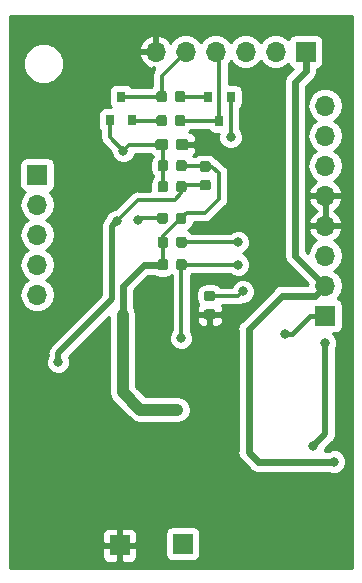
<source format=gbr>
G04 #@! TF.GenerationSoftware,KiCad,Pcbnew,(5.0.2)-1*
G04 #@! TF.CreationDate,2019-04-03T22:00:09+02:00*
G04 #@! TF.ProjectId,holl,686f6c6c-2e6b-4696-9361-645f70636258,rev?*
G04 #@! TF.SameCoordinates,Original*
G04 #@! TF.FileFunction,Copper,L2,Bot*
G04 #@! TF.FilePolarity,Positive*
%FSLAX46Y46*%
G04 Gerber Fmt 4.6, Leading zero omitted, Abs format (unit mm)*
G04 Created by KiCad (PCBNEW (5.0.2)-1) date 03/04/2019 22:00:09*
%MOMM*%
%LPD*%
G01*
G04 APERTURE LIST*
G04 #@! TA.AperFunction,Conductor*
%ADD10C,0.100000*%
G04 #@! TD*
G04 #@! TA.AperFunction,SMDPad,CuDef*
%ADD11C,0.875000*%
G04 #@! TD*
G04 #@! TA.AperFunction,ComponentPad*
%ADD12R,1.700000X1.700000*%
G04 #@! TD*
G04 #@! TA.AperFunction,ComponentPad*
%ADD13O,1.700000X1.700000*%
G04 #@! TD*
G04 #@! TA.AperFunction,SMDPad,CuDef*
%ADD14R,0.800000X0.900000*%
G04 #@! TD*
G04 #@! TA.AperFunction,SMDPad,CuDef*
%ADD15C,0.950000*%
G04 #@! TD*
G04 #@! TA.AperFunction,ViaPad*
%ADD16C,0.800000*%
G04 #@! TD*
G04 #@! TA.AperFunction,Conductor*
%ADD17C,0.300000*%
G04 #@! TD*
G04 #@! TA.AperFunction,Conductor*
%ADD18C,0.400000*%
G04 #@! TD*
G04 #@! TA.AperFunction,Conductor*
%ADD19C,0.500000*%
G04 #@! TD*
G04 #@! TA.AperFunction,Conductor*
%ADD20C,0.600000*%
G04 #@! TD*
G04 #@! TA.AperFunction,Conductor*
%ADD21C,1.000000*%
G04 #@! TD*
G04 #@! TA.AperFunction,Conductor*
%ADD22C,0.350000*%
G04 #@! TD*
G04 #@! TA.AperFunction,Conductor*
%ADD23C,0.254000*%
G04 #@! TD*
G04 APERTURE END LIST*
D10*
G04 #@! TO.N,+3V3*
G04 #@! TO.C,R5*
G36*
X101205191Y-82203053D02*
X101226426Y-82206203D01*
X101247250Y-82211419D01*
X101267462Y-82218651D01*
X101286868Y-82227830D01*
X101305281Y-82238866D01*
X101322524Y-82251654D01*
X101338430Y-82266070D01*
X101352846Y-82281976D01*
X101365634Y-82299219D01*
X101376670Y-82317632D01*
X101385849Y-82337038D01*
X101393081Y-82357250D01*
X101398297Y-82378074D01*
X101401447Y-82399309D01*
X101402500Y-82420750D01*
X101402500Y-82933250D01*
X101401447Y-82954691D01*
X101398297Y-82975926D01*
X101393081Y-82996750D01*
X101385849Y-83016962D01*
X101376670Y-83036368D01*
X101365634Y-83054781D01*
X101352846Y-83072024D01*
X101338430Y-83087930D01*
X101322524Y-83102346D01*
X101305281Y-83115134D01*
X101286868Y-83126170D01*
X101267462Y-83135349D01*
X101247250Y-83142581D01*
X101226426Y-83147797D01*
X101205191Y-83150947D01*
X101183750Y-83152000D01*
X100746250Y-83152000D01*
X100724809Y-83150947D01*
X100703574Y-83147797D01*
X100682750Y-83142581D01*
X100662538Y-83135349D01*
X100643132Y-83126170D01*
X100624719Y-83115134D01*
X100607476Y-83102346D01*
X100591570Y-83087930D01*
X100577154Y-83072024D01*
X100564366Y-83054781D01*
X100553330Y-83036368D01*
X100544151Y-83016962D01*
X100536919Y-82996750D01*
X100531703Y-82975926D01*
X100528553Y-82954691D01*
X100527500Y-82933250D01*
X100527500Y-82420750D01*
X100528553Y-82399309D01*
X100531703Y-82378074D01*
X100536919Y-82357250D01*
X100544151Y-82337038D01*
X100553330Y-82317632D01*
X100564366Y-82299219D01*
X100577154Y-82281976D01*
X100591570Y-82266070D01*
X100607476Y-82251654D01*
X100624719Y-82238866D01*
X100643132Y-82227830D01*
X100662538Y-82218651D01*
X100682750Y-82211419D01*
X100703574Y-82206203D01*
X100724809Y-82203053D01*
X100746250Y-82202000D01*
X101183750Y-82202000D01*
X101205191Y-82203053D01*
X101205191Y-82203053D01*
G37*
D11*
G04 #@! TD*
G04 #@! TO.P,R5,2*
G04 #@! TO.N,+3V3*
X100965000Y-82677000D03*
D10*
G04 #@! TO.N,/EN*
G04 #@! TO.C,R5*
G36*
X99630191Y-82203053D02*
X99651426Y-82206203D01*
X99672250Y-82211419D01*
X99692462Y-82218651D01*
X99711868Y-82227830D01*
X99730281Y-82238866D01*
X99747524Y-82251654D01*
X99763430Y-82266070D01*
X99777846Y-82281976D01*
X99790634Y-82299219D01*
X99801670Y-82317632D01*
X99810849Y-82337038D01*
X99818081Y-82357250D01*
X99823297Y-82378074D01*
X99826447Y-82399309D01*
X99827500Y-82420750D01*
X99827500Y-82933250D01*
X99826447Y-82954691D01*
X99823297Y-82975926D01*
X99818081Y-82996750D01*
X99810849Y-83016962D01*
X99801670Y-83036368D01*
X99790634Y-83054781D01*
X99777846Y-83072024D01*
X99763430Y-83087930D01*
X99747524Y-83102346D01*
X99730281Y-83115134D01*
X99711868Y-83126170D01*
X99692462Y-83135349D01*
X99672250Y-83142581D01*
X99651426Y-83147797D01*
X99630191Y-83150947D01*
X99608750Y-83152000D01*
X99171250Y-83152000D01*
X99149809Y-83150947D01*
X99128574Y-83147797D01*
X99107750Y-83142581D01*
X99087538Y-83135349D01*
X99068132Y-83126170D01*
X99049719Y-83115134D01*
X99032476Y-83102346D01*
X99016570Y-83087930D01*
X99002154Y-83072024D01*
X98989366Y-83054781D01*
X98978330Y-83036368D01*
X98969151Y-83016962D01*
X98961919Y-82996750D01*
X98956703Y-82975926D01*
X98953553Y-82954691D01*
X98952500Y-82933250D01*
X98952500Y-82420750D01*
X98953553Y-82399309D01*
X98956703Y-82378074D01*
X98961919Y-82357250D01*
X98969151Y-82337038D01*
X98978330Y-82317632D01*
X98989366Y-82299219D01*
X99002154Y-82281976D01*
X99016570Y-82266070D01*
X99032476Y-82251654D01*
X99049719Y-82238866D01*
X99068132Y-82227830D01*
X99087538Y-82218651D01*
X99107750Y-82211419D01*
X99128574Y-82206203D01*
X99149809Y-82203053D01*
X99171250Y-82202000D01*
X99608750Y-82202000D01*
X99630191Y-82203053D01*
X99630191Y-82203053D01*
G37*
D11*
G04 #@! TD*
G04 #@! TO.P,R5,1*
G04 #@! TO.N,/EN*
X99390000Y-82677000D03*
D12*
G04 #@! TO.P,J3,1*
G04 #@! TO.N,+5V*
X111506000Y-68580000D03*
D13*
G04 #@! TO.P,J3,2*
G04 #@! TO.N,/TXD*
X108966000Y-68580000D03*
G04 #@! TO.P,J3,3*
G04 #@! TO.N,/RXD*
X106426000Y-68580000D03*
G04 #@! TO.P,J3,4*
G04 #@! TO.N,/DTR*
X103886000Y-68580000D03*
G04 #@! TO.P,J3,5*
G04 #@! TO.N,/RTS*
X101346000Y-68580000D03*
G04 #@! TO.P,J3,6*
G04 #@! TO.N,GND*
X98806000Y-68580000D03*
G04 #@! TD*
D14*
G04 #@! TO.P,Q3,3*
G04 #@! TO.N,/DTR*
X104201000Y-74422000D03*
G04 #@! TO.P,Q3,2*
G04 #@! TO.N,/GPIO0*
X105151000Y-72422000D03*
G04 #@! TO.P,Q3,1*
G04 #@! TO.N,Net-(Q3-Pad1)*
X103251000Y-72422000D03*
G04 #@! TD*
D10*
G04 #@! TO.N,/nRST*
G04 #@! TO.C,R9*
G36*
X99655691Y-79536053D02*
X99676926Y-79539203D01*
X99697750Y-79544419D01*
X99717962Y-79551651D01*
X99737368Y-79560830D01*
X99755781Y-79571866D01*
X99773024Y-79584654D01*
X99788930Y-79599070D01*
X99803346Y-79614976D01*
X99816134Y-79632219D01*
X99827170Y-79650632D01*
X99836349Y-79670038D01*
X99843581Y-79690250D01*
X99848797Y-79711074D01*
X99851947Y-79732309D01*
X99853000Y-79753750D01*
X99853000Y-80266250D01*
X99851947Y-80287691D01*
X99848797Y-80308926D01*
X99843581Y-80329750D01*
X99836349Y-80349962D01*
X99827170Y-80369368D01*
X99816134Y-80387781D01*
X99803346Y-80405024D01*
X99788930Y-80420930D01*
X99773024Y-80435346D01*
X99755781Y-80448134D01*
X99737368Y-80459170D01*
X99717962Y-80468349D01*
X99697750Y-80475581D01*
X99676926Y-80480797D01*
X99655691Y-80483947D01*
X99634250Y-80485000D01*
X99196750Y-80485000D01*
X99175309Y-80483947D01*
X99154074Y-80480797D01*
X99133250Y-80475581D01*
X99113038Y-80468349D01*
X99093632Y-80459170D01*
X99075219Y-80448134D01*
X99057976Y-80435346D01*
X99042070Y-80420930D01*
X99027654Y-80405024D01*
X99014866Y-80387781D01*
X99003830Y-80369368D01*
X98994651Y-80349962D01*
X98987419Y-80329750D01*
X98982203Y-80308926D01*
X98979053Y-80287691D01*
X98978000Y-80266250D01*
X98978000Y-79753750D01*
X98979053Y-79732309D01*
X98982203Y-79711074D01*
X98987419Y-79690250D01*
X98994651Y-79670038D01*
X99003830Y-79650632D01*
X99014866Y-79632219D01*
X99027654Y-79614976D01*
X99042070Y-79599070D01*
X99057976Y-79584654D01*
X99075219Y-79571866D01*
X99093632Y-79560830D01*
X99113038Y-79551651D01*
X99133250Y-79544419D01*
X99154074Y-79539203D01*
X99175309Y-79536053D01*
X99196750Y-79535000D01*
X99634250Y-79535000D01*
X99655691Y-79536053D01*
X99655691Y-79536053D01*
G37*
D11*
G04 #@! TD*
G04 #@! TO.P,R9,1*
G04 #@! TO.N,/nRST*
X99415500Y-80010000D03*
D10*
G04 #@! TO.N,/GPIO16*
G04 #@! TO.C,R9*
G36*
X101230691Y-79536053D02*
X101251926Y-79539203D01*
X101272750Y-79544419D01*
X101292962Y-79551651D01*
X101312368Y-79560830D01*
X101330781Y-79571866D01*
X101348024Y-79584654D01*
X101363930Y-79599070D01*
X101378346Y-79614976D01*
X101391134Y-79632219D01*
X101402170Y-79650632D01*
X101411349Y-79670038D01*
X101418581Y-79690250D01*
X101423797Y-79711074D01*
X101426947Y-79732309D01*
X101428000Y-79753750D01*
X101428000Y-80266250D01*
X101426947Y-80287691D01*
X101423797Y-80308926D01*
X101418581Y-80329750D01*
X101411349Y-80349962D01*
X101402170Y-80369368D01*
X101391134Y-80387781D01*
X101378346Y-80405024D01*
X101363930Y-80420930D01*
X101348024Y-80435346D01*
X101330781Y-80448134D01*
X101312368Y-80459170D01*
X101292962Y-80468349D01*
X101272750Y-80475581D01*
X101251926Y-80480797D01*
X101230691Y-80483947D01*
X101209250Y-80485000D01*
X100771750Y-80485000D01*
X100750309Y-80483947D01*
X100729074Y-80480797D01*
X100708250Y-80475581D01*
X100688038Y-80468349D01*
X100668632Y-80459170D01*
X100650219Y-80448134D01*
X100632976Y-80435346D01*
X100617070Y-80420930D01*
X100602654Y-80405024D01*
X100589866Y-80387781D01*
X100578830Y-80369368D01*
X100569651Y-80349962D01*
X100562419Y-80329750D01*
X100557203Y-80308926D01*
X100554053Y-80287691D01*
X100553000Y-80266250D01*
X100553000Y-79753750D01*
X100554053Y-79732309D01*
X100557203Y-79711074D01*
X100562419Y-79690250D01*
X100569651Y-79670038D01*
X100578830Y-79650632D01*
X100589866Y-79632219D01*
X100602654Y-79614976D01*
X100617070Y-79599070D01*
X100632976Y-79584654D01*
X100650219Y-79571866D01*
X100668632Y-79560830D01*
X100688038Y-79551651D01*
X100708250Y-79544419D01*
X100729074Y-79539203D01*
X100750309Y-79536053D01*
X100771750Y-79535000D01*
X101209250Y-79535000D01*
X101230691Y-79536053D01*
X101230691Y-79536053D01*
G37*
D11*
G04 #@! TD*
G04 #@! TO.P,R9,2*
G04 #@! TO.N,/GPIO16*
X100990500Y-80010000D03*
D13*
G04 #@! TO.P,J2,8*
G04 #@! TO.N,/GPIO5*
X113157000Y-73152000D03*
G04 #@! TO.P,J2,7*
G04 #@! TO.N,/GPIO4*
X113157000Y-75692000D03*
G04 #@! TO.P,J2,6*
G04 #@! TO.N,/GPIO2*
X113157000Y-78232000D03*
G04 #@! TO.P,J2,5*
G04 #@! TO.N,GND*
X113157000Y-80772000D03*
G04 #@! TO.P,J2,4*
X113157000Y-83312000D03*
G04 #@! TO.P,J2,3*
G04 #@! TO.N,+3V3*
X113157000Y-85852000D03*
G04 #@! TO.P,J2,2*
G04 #@! TO.N,+5V*
X113157000Y-88392000D03*
D12*
G04 #@! TO.P,J2,1*
G04 #@! TO.N,/MOS_GND*
X113157000Y-90932000D03*
G04 #@! TD*
D10*
G04 #@! TO.N,/GPIO2*
G04 #@! TO.C,R4*
G36*
X101230691Y-86140053D02*
X101251926Y-86143203D01*
X101272750Y-86148419D01*
X101292962Y-86155651D01*
X101312368Y-86164830D01*
X101330781Y-86175866D01*
X101348024Y-86188654D01*
X101363930Y-86203070D01*
X101378346Y-86218976D01*
X101391134Y-86236219D01*
X101402170Y-86254632D01*
X101411349Y-86274038D01*
X101418581Y-86294250D01*
X101423797Y-86315074D01*
X101426947Y-86336309D01*
X101428000Y-86357750D01*
X101428000Y-86870250D01*
X101426947Y-86891691D01*
X101423797Y-86912926D01*
X101418581Y-86933750D01*
X101411349Y-86953962D01*
X101402170Y-86973368D01*
X101391134Y-86991781D01*
X101378346Y-87009024D01*
X101363930Y-87024930D01*
X101348024Y-87039346D01*
X101330781Y-87052134D01*
X101312368Y-87063170D01*
X101292962Y-87072349D01*
X101272750Y-87079581D01*
X101251926Y-87084797D01*
X101230691Y-87087947D01*
X101209250Y-87089000D01*
X100771750Y-87089000D01*
X100750309Y-87087947D01*
X100729074Y-87084797D01*
X100708250Y-87079581D01*
X100688038Y-87072349D01*
X100668632Y-87063170D01*
X100650219Y-87052134D01*
X100632976Y-87039346D01*
X100617070Y-87024930D01*
X100602654Y-87009024D01*
X100589866Y-86991781D01*
X100578830Y-86973368D01*
X100569651Y-86953962D01*
X100562419Y-86933750D01*
X100557203Y-86912926D01*
X100554053Y-86891691D01*
X100553000Y-86870250D01*
X100553000Y-86357750D01*
X100554053Y-86336309D01*
X100557203Y-86315074D01*
X100562419Y-86294250D01*
X100569651Y-86274038D01*
X100578830Y-86254632D01*
X100589866Y-86236219D01*
X100602654Y-86218976D01*
X100617070Y-86203070D01*
X100632976Y-86188654D01*
X100650219Y-86175866D01*
X100668632Y-86164830D01*
X100688038Y-86155651D01*
X100708250Y-86148419D01*
X100729074Y-86143203D01*
X100750309Y-86140053D01*
X100771750Y-86139000D01*
X101209250Y-86139000D01*
X101230691Y-86140053D01*
X101230691Y-86140053D01*
G37*
D11*
G04 #@! TD*
G04 #@! TO.P,R4,1*
G04 #@! TO.N,/GPIO2*
X100990500Y-86614000D03*
D10*
G04 #@! TO.N,+3V3*
G04 #@! TO.C,R4*
G36*
X99655691Y-86140053D02*
X99676926Y-86143203D01*
X99697750Y-86148419D01*
X99717962Y-86155651D01*
X99737368Y-86164830D01*
X99755781Y-86175866D01*
X99773024Y-86188654D01*
X99788930Y-86203070D01*
X99803346Y-86218976D01*
X99816134Y-86236219D01*
X99827170Y-86254632D01*
X99836349Y-86274038D01*
X99843581Y-86294250D01*
X99848797Y-86315074D01*
X99851947Y-86336309D01*
X99853000Y-86357750D01*
X99853000Y-86870250D01*
X99851947Y-86891691D01*
X99848797Y-86912926D01*
X99843581Y-86933750D01*
X99836349Y-86953962D01*
X99827170Y-86973368D01*
X99816134Y-86991781D01*
X99803346Y-87009024D01*
X99788930Y-87024930D01*
X99773024Y-87039346D01*
X99755781Y-87052134D01*
X99737368Y-87063170D01*
X99717962Y-87072349D01*
X99697750Y-87079581D01*
X99676926Y-87084797D01*
X99655691Y-87087947D01*
X99634250Y-87089000D01*
X99196750Y-87089000D01*
X99175309Y-87087947D01*
X99154074Y-87084797D01*
X99133250Y-87079581D01*
X99113038Y-87072349D01*
X99093632Y-87063170D01*
X99075219Y-87052134D01*
X99057976Y-87039346D01*
X99042070Y-87024930D01*
X99027654Y-87009024D01*
X99014866Y-86991781D01*
X99003830Y-86973368D01*
X98994651Y-86953962D01*
X98987419Y-86933750D01*
X98982203Y-86912926D01*
X98979053Y-86891691D01*
X98978000Y-86870250D01*
X98978000Y-86357750D01*
X98979053Y-86336309D01*
X98982203Y-86315074D01*
X98987419Y-86294250D01*
X98994651Y-86274038D01*
X99003830Y-86254632D01*
X99014866Y-86236219D01*
X99027654Y-86218976D01*
X99042070Y-86203070D01*
X99057976Y-86188654D01*
X99075219Y-86175866D01*
X99093632Y-86164830D01*
X99113038Y-86155651D01*
X99133250Y-86148419D01*
X99154074Y-86143203D01*
X99175309Y-86140053D01*
X99196750Y-86139000D01*
X99634250Y-86139000D01*
X99655691Y-86140053D01*
X99655691Y-86140053D01*
G37*
D11*
G04 #@! TD*
G04 #@! TO.P,R4,2*
G04 #@! TO.N,+3V3*
X99415500Y-86614000D03*
D10*
G04 #@! TO.N,+3V3*
G04 #@! TO.C,R6*
G36*
X101230691Y-77758053D02*
X101251926Y-77761203D01*
X101272750Y-77766419D01*
X101292962Y-77773651D01*
X101312368Y-77782830D01*
X101330781Y-77793866D01*
X101348024Y-77806654D01*
X101363930Y-77821070D01*
X101378346Y-77836976D01*
X101391134Y-77854219D01*
X101402170Y-77872632D01*
X101411349Y-77892038D01*
X101418581Y-77912250D01*
X101423797Y-77933074D01*
X101426947Y-77954309D01*
X101428000Y-77975750D01*
X101428000Y-78488250D01*
X101426947Y-78509691D01*
X101423797Y-78530926D01*
X101418581Y-78551750D01*
X101411349Y-78571962D01*
X101402170Y-78591368D01*
X101391134Y-78609781D01*
X101378346Y-78627024D01*
X101363930Y-78642930D01*
X101348024Y-78657346D01*
X101330781Y-78670134D01*
X101312368Y-78681170D01*
X101292962Y-78690349D01*
X101272750Y-78697581D01*
X101251926Y-78702797D01*
X101230691Y-78705947D01*
X101209250Y-78707000D01*
X100771750Y-78707000D01*
X100750309Y-78705947D01*
X100729074Y-78702797D01*
X100708250Y-78697581D01*
X100688038Y-78690349D01*
X100668632Y-78681170D01*
X100650219Y-78670134D01*
X100632976Y-78657346D01*
X100617070Y-78642930D01*
X100602654Y-78627024D01*
X100589866Y-78609781D01*
X100578830Y-78591368D01*
X100569651Y-78571962D01*
X100562419Y-78551750D01*
X100557203Y-78530926D01*
X100554053Y-78509691D01*
X100553000Y-78488250D01*
X100553000Y-77975750D01*
X100554053Y-77954309D01*
X100557203Y-77933074D01*
X100562419Y-77912250D01*
X100569651Y-77892038D01*
X100578830Y-77872632D01*
X100589866Y-77854219D01*
X100602654Y-77836976D01*
X100617070Y-77821070D01*
X100632976Y-77806654D01*
X100650219Y-77793866D01*
X100668632Y-77782830D01*
X100688038Y-77773651D01*
X100708250Y-77766419D01*
X100729074Y-77761203D01*
X100750309Y-77758053D01*
X100771750Y-77757000D01*
X101209250Y-77757000D01*
X101230691Y-77758053D01*
X101230691Y-77758053D01*
G37*
D11*
G04 #@! TD*
G04 #@! TO.P,R6,2*
G04 #@! TO.N,+3V3*
X100990500Y-78232000D03*
D10*
G04 #@! TO.N,/nRST*
G04 #@! TO.C,R6*
G36*
X99655691Y-77758053D02*
X99676926Y-77761203D01*
X99697750Y-77766419D01*
X99717962Y-77773651D01*
X99737368Y-77782830D01*
X99755781Y-77793866D01*
X99773024Y-77806654D01*
X99788930Y-77821070D01*
X99803346Y-77836976D01*
X99816134Y-77854219D01*
X99827170Y-77872632D01*
X99836349Y-77892038D01*
X99843581Y-77912250D01*
X99848797Y-77933074D01*
X99851947Y-77954309D01*
X99853000Y-77975750D01*
X99853000Y-78488250D01*
X99851947Y-78509691D01*
X99848797Y-78530926D01*
X99843581Y-78551750D01*
X99836349Y-78571962D01*
X99827170Y-78591368D01*
X99816134Y-78609781D01*
X99803346Y-78627024D01*
X99788930Y-78642930D01*
X99773024Y-78657346D01*
X99755781Y-78670134D01*
X99737368Y-78681170D01*
X99717962Y-78690349D01*
X99697750Y-78697581D01*
X99676926Y-78702797D01*
X99655691Y-78705947D01*
X99634250Y-78707000D01*
X99196750Y-78707000D01*
X99175309Y-78705947D01*
X99154074Y-78702797D01*
X99133250Y-78697581D01*
X99113038Y-78690349D01*
X99093632Y-78681170D01*
X99075219Y-78670134D01*
X99057976Y-78657346D01*
X99042070Y-78642930D01*
X99027654Y-78627024D01*
X99014866Y-78609781D01*
X99003830Y-78591368D01*
X98994651Y-78571962D01*
X98987419Y-78551750D01*
X98982203Y-78530926D01*
X98979053Y-78509691D01*
X98978000Y-78488250D01*
X98978000Y-77975750D01*
X98979053Y-77954309D01*
X98982203Y-77933074D01*
X98987419Y-77912250D01*
X98994651Y-77892038D01*
X99003830Y-77872632D01*
X99014866Y-77854219D01*
X99027654Y-77836976D01*
X99042070Y-77821070D01*
X99057976Y-77806654D01*
X99075219Y-77793866D01*
X99093632Y-77782830D01*
X99113038Y-77773651D01*
X99133250Y-77766419D01*
X99154074Y-77761203D01*
X99175309Y-77758053D01*
X99196750Y-77757000D01*
X99634250Y-77757000D01*
X99655691Y-77758053D01*
X99655691Y-77758053D01*
G37*
D11*
G04 #@! TD*
G04 #@! TO.P,R6,1*
G04 #@! TO.N,/nRST*
X99415500Y-78232000D03*
D10*
G04 #@! TO.N,GND*
G04 #@! TO.C,C3*
G36*
X101374779Y-75980144D02*
X101397834Y-75983563D01*
X101420443Y-75989227D01*
X101442387Y-75997079D01*
X101463457Y-76007044D01*
X101483448Y-76019026D01*
X101502168Y-76032910D01*
X101519438Y-76048562D01*
X101535090Y-76065832D01*
X101548974Y-76084552D01*
X101560956Y-76104543D01*
X101570921Y-76125613D01*
X101578773Y-76147557D01*
X101584437Y-76170166D01*
X101587856Y-76193221D01*
X101589000Y-76216500D01*
X101589000Y-76691500D01*
X101587856Y-76714779D01*
X101584437Y-76737834D01*
X101578773Y-76760443D01*
X101570921Y-76782387D01*
X101560956Y-76803457D01*
X101548974Y-76823448D01*
X101535090Y-76842168D01*
X101519438Y-76859438D01*
X101502168Y-76875090D01*
X101483448Y-76888974D01*
X101463457Y-76900956D01*
X101442387Y-76910921D01*
X101420443Y-76918773D01*
X101397834Y-76924437D01*
X101374779Y-76927856D01*
X101351500Y-76929000D01*
X100776500Y-76929000D01*
X100753221Y-76927856D01*
X100730166Y-76924437D01*
X100707557Y-76918773D01*
X100685613Y-76910921D01*
X100664543Y-76900956D01*
X100644552Y-76888974D01*
X100625832Y-76875090D01*
X100608562Y-76859438D01*
X100592910Y-76842168D01*
X100579026Y-76823448D01*
X100567044Y-76803457D01*
X100557079Y-76782387D01*
X100549227Y-76760443D01*
X100543563Y-76737834D01*
X100540144Y-76714779D01*
X100539000Y-76691500D01*
X100539000Y-76216500D01*
X100540144Y-76193221D01*
X100543563Y-76170166D01*
X100549227Y-76147557D01*
X100557079Y-76125613D01*
X100567044Y-76104543D01*
X100579026Y-76084552D01*
X100592910Y-76065832D01*
X100608562Y-76048562D01*
X100625832Y-76032910D01*
X100644552Y-76019026D01*
X100664543Y-76007044D01*
X100685613Y-75997079D01*
X100707557Y-75989227D01*
X100730166Y-75983563D01*
X100753221Y-75980144D01*
X100776500Y-75979000D01*
X101351500Y-75979000D01*
X101374779Y-75980144D01*
X101374779Y-75980144D01*
G37*
D15*
G04 #@! TD*
G04 #@! TO.P,C3,1*
G04 #@! TO.N,GND*
X101064000Y-76454000D03*
D10*
G04 #@! TO.N,/nRST*
G04 #@! TO.C,C3*
G36*
X99624779Y-75980144D02*
X99647834Y-75983563D01*
X99670443Y-75989227D01*
X99692387Y-75997079D01*
X99713457Y-76007044D01*
X99733448Y-76019026D01*
X99752168Y-76032910D01*
X99769438Y-76048562D01*
X99785090Y-76065832D01*
X99798974Y-76084552D01*
X99810956Y-76104543D01*
X99820921Y-76125613D01*
X99828773Y-76147557D01*
X99834437Y-76170166D01*
X99837856Y-76193221D01*
X99839000Y-76216500D01*
X99839000Y-76691500D01*
X99837856Y-76714779D01*
X99834437Y-76737834D01*
X99828773Y-76760443D01*
X99820921Y-76782387D01*
X99810956Y-76803457D01*
X99798974Y-76823448D01*
X99785090Y-76842168D01*
X99769438Y-76859438D01*
X99752168Y-76875090D01*
X99733448Y-76888974D01*
X99713457Y-76900956D01*
X99692387Y-76910921D01*
X99670443Y-76918773D01*
X99647834Y-76924437D01*
X99624779Y-76927856D01*
X99601500Y-76929000D01*
X99026500Y-76929000D01*
X99003221Y-76927856D01*
X98980166Y-76924437D01*
X98957557Y-76918773D01*
X98935613Y-76910921D01*
X98914543Y-76900956D01*
X98894552Y-76888974D01*
X98875832Y-76875090D01*
X98858562Y-76859438D01*
X98842910Y-76842168D01*
X98829026Y-76823448D01*
X98817044Y-76803457D01*
X98807079Y-76782387D01*
X98799227Y-76760443D01*
X98793563Y-76737834D01*
X98790144Y-76714779D01*
X98789000Y-76691500D01*
X98789000Y-76216500D01*
X98790144Y-76193221D01*
X98793563Y-76170166D01*
X98799227Y-76147557D01*
X98807079Y-76125613D01*
X98817044Y-76104543D01*
X98829026Y-76084552D01*
X98842910Y-76065832D01*
X98858562Y-76048562D01*
X98875832Y-76032910D01*
X98894552Y-76019026D01*
X98914543Y-76007044D01*
X98935613Y-75997079D01*
X98957557Y-75989227D01*
X98980166Y-75983563D01*
X99003221Y-75980144D01*
X99026500Y-75979000D01*
X99601500Y-75979000D01*
X99624779Y-75980144D01*
X99624779Y-75980144D01*
G37*
D15*
G04 #@! TD*
G04 #@! TO.P,C3,2*
G04 #@! TO.N,/nRST*
X99314000Y-76454000D03*
D14*
G04 #@! TO.P,Q2,1*
G04 #@! TO.N,Net-(Q2-Pad1)*
X96835000Y-74390000D03*
G04 #@! TO.P,Q2,2*
G04 #@! TO.N,/nRST*
X94935000Y-74390000D03*
G04 #@! TO.P,Q2,3*
G04 #@! TO.N,/RTS*
X95885000Y-72390000D03*
G04 #@! TD*
D10*
G04 #@! TO.N,+3V3*
G04 #@! TO.C,R3*
G36*
X99655691Y-84235053D02*
X99676926Y-84238203D01*
X99697750Y-84243419D01*
X99717962Y-84250651D01*
X99737368Y-84259830D01*
X99755781Y-84270866D01*
X99773024Y-84283654D01*
X99788930Y-84298070D01*
X99803346Y-84313976D01*
X99816134Y-84331219D01*
X99827170Y-84349632D01*
X99836349Y-84369038D01*
X99843581Y-84389250D01*
X99848797Y-84410074D01*
X99851947Y-84431309D01*
X99853000Y-84452750D01*
X99853000Y-84965250D01*
X99851947Y-84986691D01*
X99848797Y-85007926D01*
X99843581Y-85028750D01*
X99836349Y-85048962D01*
X99827170Y-85068368D01*
X99816134Y-85086781D01*
X99803346Y-85104024D01*
X99788930Y-85119930D01*
X99773024Y-85134346D01*
X99755781Y-85147134D01*
X99737368Y-85158170D01*
X99717962Y-85167349D01*
X99697750Y-85174581D01*
X99676926Y-85179797D01*
X99655691Y-85182947D01*
X99634250Y-85184000D01*
X99196750Y-85184000D01*
X99175309Y-85182947D01*
X99154074Y-85179797D01*
X99133250Y-85174581D01*
X99113038Y-85167349D01*
X99093632Y-85158170D01*
X99075219Y-85147134D01*
X99057976Y-85134346D01*
X99042070Y-85119930D01*
X99027654Y-85104024D01*
X99014866Y-85086781D01*
X99003830Y-85068368D01*
X98994651Y-85048962D01*
X98987419Y-85028750D01*
X98982203Y-85007926D01*
X98979053Y-84986691D01*
X98978000Y-84965250D01*
X98978000Y-84452750D01*
X98979053Y-84431309D01*
X98982203Y-84410074D01*
X98987419Y-84389250D01*
X98994651Y-84369038D01*
X99003830Y-84349632D01*
X99014866Y-84331219D01*
X99027654Y-84313976D01*
X99042070Y-84298070D01*
X99057976Y-84283654D01*
X99075219Y-84270866D01*
X99093632Y-84259830D01*
X99113038Y-84250651D01*
X99133250Y-84243419D01*
X99154074Y-84238203D01*
X99175309Y-84235053D01*
X99196750Y-84234000D01*
X99634250Y-84234000D01*
X99655691Y-84235053D01*
X99655691Y-84235053D01*
G37*
D11*
G04 #@! TD*
G04 #@! TO.P,R3,2*
G04 #@! TO.N,+3V3*
X99415500Y-84709000D03*
D10*
G04 #@! TO.N,/GPIO0*
G04 #@! TO.C,R3*
G36*
X101230691Y-84235053D02*
X101251926Y-84238203D01*
X101272750Y-84243419D01*
X101292962Y-84250651D01*
X101312368Y-84259830D01*
X101330781Y-84270866D01*
X101348024Y-84283654D01*
X101363930Y-84298070D01*
X101378346Y-84313976D01*
X101391134Y-84331219D01*
X101402170Y-84349632D01*
X101411349Y-84369038D01*
X101418581Y-84389250D01*
X101423797Y-84410074D01*
X101426947Y-84431309D01*
X101428000Y-84452750D01*
X101428000Y-84965250D01*
X101426947Y-84986691D01*
X101423797Y-85007926D01*
X101418581Y-85028750D01*
X101411349Y-85048962D01*
X101402170Y-85068368D01*
X101391134Y-85086781D01*
X101378346Y-85104024D01*
X101363930Y-85119930D01*
X101348024Y-85134346D01*
X101330781Y-85147134D01*
X101312368Y-85158170D01*
X101292962Y-85167349D01*
X101272750Y-85174581D01*
X101251926Y-85179797D01*
X101230691Y-85182947D01*
X101209250Y-85184000D01*
X100771750Y-85184000D01*
X100750309Y-85182947D01*
X100729074Y-85179797D01*
X100708250Y-85174581D01*
X100688038Y-85167349D01*
X100668632Y-85158170D01*
X100650219Y-85147134D01*
X100632976Y-85134346D01*
X100617070Y-85119930D01*
X100602654Y-85104024D01*
X100589866Y-85086781D01*
X100578830Y-85068368D01*
X100569651Y-85048962D01*
X100562419Y-85028750D01*
X100557203Y-85007926D01*
X100554053Y-84986691D01*
X100553000Y-84965250D01*
X100553000Y-84452750D01*
X100554053Y-84431309D01*
X100557203Y-84410074D01*
X100562419Y-84389250D01*
X100569651Y-84369038D01*
X100578830Y-84349632D01*
X100589866Y-84331219D01*
X100602654Y-84313976D01*
X100617070Y-84298070D01*
X100632976Y-84283654D01*
X100650219Y-84270866D01*
X100668632Y-84259830D01*
X100688038Y-84250651D01*
X100708250Y-84243419D01*
X100729074Y-84238203D01*
X100750309Y-84235053D01*
X100771750Y-84234000D01*
X101209250Y-84234000D01*
X101230691Y-84235053D01*
X101230691Y-84235053D01*
G37*
D11*
G04 #@! TD*
G04 #@! TO.P,R3,1*
G04 #@! TO.N,/GPIO0*
X100990500Y-84709000D03*
D10*
G04 #@! TO.N,GND*
G04 #@! TO.C,R7*
G36*
X103655691Y-90394053D02*
X103676926Y-90397203D01*
X103697750Y-90402419D01*
X103717962Y-90409651D01*
X103737368Y-90418830D01*
X103755781Y-90429866D01*
X103773024Y-90442654D01*
X103788930Y-90457070D01*
X103803346Y-90472976D01*
X103816134Y-90490219D01*
X103827170Y-90508632D01*
X103836349Y-90528038D01*
X103843581Y-90548250D01*
X103848797Y-90569074D01*
X103851947Y-90590309D01*
X103853000Y-90611750D01*
X103853000Y-91049250D01*
X103851947Y-91070691D01*
X103848797Y-91091926D01*
X103843581Y-91112750D01*
X103836349Y-91132962D01*
X103827170Y-91152368D01*
X103816134Y-91170781D01*
X103803346Y-91188024D01*
X103788930Y-91203930D01*
X103773024Y-91218346D01*
X103755781Y-91231134D01*
X103737368Y-91242170D01*
X103717962Y-91251349D01*
X103697750Y-91258581D01*
X103676926Y-91263797D01*
X103655691Y-91266947D01*
X103634250Y-91268000D01*
X103121750Y-91268000D01*
X103100309Y-91266947D01*
X103079074Y-91263797D01*
X103058250Y-91258581D01*
X103038038Y-91251349D01*
X103018632Y-91242170D01*
X103000219Y-91231134D01*
X102982976Y-91218346D01*
X102967070Y-91203930D01*
X102952654Y-91188024D01*
X102939866Y-91170781D01*
X102928830Y-91152368D01*
X102919651Y-91132962D01*
X102912419Y-91112750D01*
X102907203Y-91091926D01*
X102904053Y-91070691D01*
X102903000Y-91049250D01*
X102903000Y-90611750D01*
X102904053Y-90590309D01*
X102907203Y-90569074D01*
X102912419Y-90548250D01*
X102919651Y-90528038D01*
X102928830Y-90508632D01*
X102939866Y-90490219D01*
X102952654Y-90472976D01*
X102967070Y-90457070D01*
X102982976Y-90442654D01*
X103000219Y-90429866D01*
X103018632Y-90418830D01*
X103038038Y-90409651D01*
X103058250Y-90402419D01*
X103079074Y-90397203D01*
X103100309Y-90394053D01*
X103121750Y-90393000D01*
X103634250Y-90393000D01*
X103655691Y-90394053D01*
X103655691Y-90394053D01*
G37*
D11*
G04 #@! TD*
G04 #@! TO.P,R7,2*
G04 #@! TO.N,GND*
X103378000Y-90830500D03*
D10*
G04 #@! TO.N,/GPIO15*
G04 #@! TO.C,R7*
G36*
X103655691Y-88819053D02*
X103676926Y-88822203D01*
X103697750Y-88827419D01*
X103717962Y-88834651D01*
X103737368Y-88843830D01*
X103755781Y-88854866D01*
X103773024Y-88867654D01*
X103788930Y-88882070D01*
X103803346Y-88897976D01*
X103816134Y-88915219D01*
X103827170Y-88933632D01*
X103836349Y-88953038D01*
X103843581Y-88973250D01*
X103848797Y-88994074D01*
X103851947Y-89015309D01*
X103853000Y-89036750D01*
X103853000Y-89474250D01*
X103851947Y-89495691D01*
X103848797Y-89516926D01*
X103843581Y-89537750D01*
X103836349Y-89557962D01*
X103827170Y-89577368D01*
X103816134Y-89595781D01*
X103803346Y-89613024D01*
X103788930Y-89628930D01*
X103773024Y-89643346D01*
X103755781Y-89656134D01*
X103737368Y-89667170D01*
X103717962Y-89676349D01*
X103697750Y-89683581D01*
X103676926Y-89688797D01*
X103655691Y-89691947D01*
X103634250Y-89693000D01*
X103121750Y-89693000D01*
X103100309Y-89691947D01*
X103079074Y-89688797D01*
X103058250Y-89683581D01*
X103038038Y-89676349D01*
X103018632Y-89667170D01*
X103000219Y-89656134D01*
X102982976Y-89643346D01*
X102967070Y-89628930D01*
X102952654Y-89613024D01*
X102939866Y-89595781D01*
X102928830Y-89577368D01*
X102919651Y-89557962D01*
X102912419Y-89537750D01*
X102907203Y-89516926D01*
X102904053Y-89495691D01*
X102903000Y-89474250D01*
X102903000Y-89036750D01*
X102904053Y-89015309D01*
X102907203Y-88994074D01*
X102912419Y-88973250D01*
X102919651Y-88953038D01*
X102928830Y-88933632D01*
X102939866Y-88915219D01*
X102952654Y-88897976D01*
X102967070Y-88882070D01*
X102982976Y-88867654D01*
X103000219Y-88854866D01*
X103018632Y-88843830D01*
X103038038Y-88834651D01*
X103058250Y-88827419D01*
X103079074Y-88822203D01*
X103100309Y-88819053D01*
X103121750Y-88818000D01*
X103634250Y-88818000D01*
X103655691Y-88819053D01*
X103655691Y-88819053D01*
G37*
D11*
G04 #@! TD*
G04 #@! TO.P,R7,1*
G04 #@! TO.N,/GPIO15*
X103378000Y-89255500D03*
D10*
G04 #@! TO.N,+3V3*
G04 #@! TO.C,R8*
G36*
X103274691Y-77871553D02*
X103295926Y-77874703D01*
X103316750Y-77879919D01*
X103336962Y-77887151D01*
X103356368Y-77896330D01*
X103374781Y-77907366D01*
X103392024Y-77920154D01*
X103407930Y-77934570D01*
X103422346Y-77950476D01*
X103435134Y-77967719D01*
X103446170Y-77986132D01*
X103455349Y-78005538D01*
X103462581Y-78025750D01*
X103467797Y-78046574D01*
X103470947Y-78067809D01*
X103472000Y-78089250D01*
X103472000Y-78526750D01*
X103470947Y-78548191D01*
X103467797Y-78569426D01*
X103462581Y-78590250D01*
X103455349Y-78610462D01*
X103446170Y-78629868D01*
X103435134Y-78648281D01*
X103422346Y-78665524D01*
X103407930Y-78681430D01*
X103392024Y-78695846D01*
X103374781Y-78708634D01*
X103356368Y-78719670D01*
X103336962Y-78728849D01*
X103316750Y-78736081D01*
X103295926Y-78741297D01*
X103274691Y-78744447D01*
X103253250Y-78745500D01*
X102740750Y-78745500D01*
X102719309Y-78744447D01*
X102698074Y-78741297D01*
X102677250Y-78736081D01*
X102657038Y-78728849D01*
X102637632Y-78719670D01*
X102619219Y-78708634D01*
X102601976Y-78695846D01*
X102586070Y-78681430D01*
X102571654Y-78665524D01*
X102558866Y-78648281D01*
X102547830Y-78629868D01*
X102538651Y-78610462D01*
X102531419Y-78590250D01*
X102526203Y-78569426D01*
X102523053Y-78548191D01*
X102522000Y-78526750D01*
X102522000Y-78089250D01*
X102523053Y-78067809D01*
X102526203Y-78046574D01*
X102531419Y-78025750D01*
X102538651Y-78005538D01*
X102547830Y-77986132D01*
X102558866Y-77967719D01*
X102571654Y-77950476D01*
X102586070Y-77934570D01*
X102601976Y-77920154D01*
X102619219Y-77907366D01*
X102637632Y-77896330D01*
X102657038Y-77887151D01*
X102677250Y-77879919D01*
X102698074Y-77874703D01*
X102719309Y-77871553D01*
X102740750Y-77870500D01*
X103253250Y-77870500D01*
X103274691Y-77871553D01*
X103274691Y-77871553D01*
G37*
D11*
G04 #@! TD*
G04 #@! TO.P,R8,1*
G04 #@! TO.N,+3V3*
X102997000Y-78308000D03*
D10*
G04 #@! TO.N,/GPIO16*
G04 #@! TO.C,R8*
G36*
X103274691Y-79446553D02*
X103295926Y-79449703D01*
X103316750Y-79454919D01*
X103336962Y-79462151D01*
X103356368Y-79471330D01*
X103374781Y-79482366D01*
X103392024Y-79495154D01*
X103407930Y-79509570D01*
X103422346Y-79525476D01*
X103435134Y-79542719D01*
X103446170Y-79561132D01*
X103455349Y-79580538D01*
X103462581Y-79600750D01*
X103467797Y-79621574D01*
X103470947Y-79642809D01*
X103472000Y-79664250D01*
X103472000Y-80101750D01*
X103470947Y-80123191D01*
X103467797Y-80144426D01*
X103462581Y-80165250D01*
X103455349Y-80185462D01*
X103446170Y-80204868D01*
X103435134Y-80223281D01*
X103422346Y-80240524D01*
X103407930Y-80256430D01*
X103392024Y-80270846D01*
X103374781Y-80283634D01*
X103356368Y-80294670D01*
X103336962Y-80303849D01*
X103316750Y-80311081D01*
X103295926Y-80316297D01*
X103274691Y-80319447D01*
X103253250Y-80320500D01*
X102740750Y-80320500D01*
X102719309Y-80319447D01*
X102698074Y-80316297D01*
X102677250Y-80311081D01*
X102657038Y-80303849D01*
X102637632Y-80294670D01*
X102619219Y-80283634D01*
X102601976Y-80270846D01*
X102586070Y-80256430D01*
X102571654Y-80240524D01*
X102558866Y-80223281D01*
X102547830Y-80204868D01*
X102538651Y-80185462D01*
X102531419Y-80165250D01*
X102526203Y-80144426D01*
X102523053Y-80123191D01*
X102522000Y-80101750D01*
X102522000Y-79664250D01*
X102523053Y-79642809D01*
X102526203Y-79621574D01*
X102531419Y-79600750D01*
X102538651Y-79580538D01*
X102547830Y-79561132D01*
X102558866Y-79542719D01*
X102571654Y-79525476D01*
X102586070Y-79509570D01*
X102601976Y-79495154D01*
X102619219Y-79482366D01*
X102637632Y-79471330D01*
X102657038Y-79462151D01*
X102677250Y-79454919D01*
X102698074Y-79449703D01*
X102719309Y-79446553D01*
X102740750Y-79445500D01*
X103253250Y-79445500D01*
X103274691Y-79446553D01*
X103274691Y-79446553D01*
G37*
D11*
G04 #@! TD*
G04 #@! TO.P,R8,2*
G04 #@! TO.N,/GPIO16*
X102997000Y-79883000D03*
D10*
G04 #@! TO.N,/DTR*
G04 #@! TO.C,R10*
G36*
X101129191Y-73948053D02*
X101150426Y-73951203D01*
X101171250Y-73956419D01*
X101191462Y-73963651D01*
X101210868Y-73972830D01*
X101229281Y-73983866D01*
X101246524Y-73996654D01*
X101262430Y-74011070D01*
X101276846Y-74026976D01*
X101289634Y-74044219D01*
X101300670Y-74062632D01*
X101309849Y-74082038D01*
X101317081Y-74102250D01*
X101322297Y-74123074D01*
X101325447Y-74144309D01*
X101326500Y-74165750D01*
X101326500Y-74678250D01*
X101325447Y-74699691D01*
X101322297Y-74720926D01*
X101317081Y-74741750D01*
X101309849Y-74761962D01*
X101300670Y-74781368D01*
X101289634Y-74799781D01*
X101276846Y-74817024D01*
X101262430Y-74832930D01*
X101246524Y-74847346D01*
X101229281Y-74860134D01*
X101210868Y-74871170D01*
X101191462Y-74880349D01*
X101171250Y-74887581D01*
X101150426Y-74892797D01*
X101129191Y-74895947D01*
X101107750Y-74897000D01*
X100670250Y-74897000D01*
X100648809Y-74895947D01*
X100627574Y-74892797D01*
X100606750Y-74887581D01*
X100586538Y-74880349D01*
X100567132Y-74871170D01*
X100548719Y-74860134D01*
X100531476Y-74847346D01*
X100515570Y-74832930D01*
X100501154Y-74817024D01*
X100488366Y-74799781D01*
X100477330Y-74781368D01*
X100468151Y-74761962D01*
X100460919Y-74741750D01*
X100455703Y-74720926D01*
X100452553Y-74699691D01*
X100451500Y-74678250D01*
X100451500Y-74165750D01*
X100452553Y-74144309D01*
X100455703Y-74123074D01*
X100460919Y-74102250D01*
X100468151Y-74082038D01*
X100477330Y-74062632D01*
X100488366Y-74044219D01*
X100501154Y-74026976D01*
X100515570Y-74011070D01*
X100531476Y-73996654D01*
X100548719Y-73983866D01*
X100567132Y-73972830D01*
X100586538Y-73963651D01*
X100606750Y-73956419D01*
X100627574Y-73951203D01*
X100648809Y-73948053D01*
X100670250Y-73947000D01*
X101107750Y-73947000D01*
X101129191Y-73948053D01*
X101129191Y-73948053D01*
G37*
D11*
G04 #@! TD*
G04 #@! TO.P,R10,1*
G04 #@! TO.N,/DTR*
X100889000Y-74422000D03*
D10*
G04 #@! TO.N,Net-(Q2-Pad1)*
G04 #@! TO.C,R10*
G36*
X99554191Y-73948053D02*
X99575426Y-73951203D01*
X99596250Y-73956419D01*
X99616462Y-73963651D01*
X99635868Y-73972830D01*
X99654281Y-73983866D01*
X99671524Y-73996654D01*
X99687430Y-74011070D01*
X99701846Y-74026976D01*
X99714634Y-74044219D01*
X99725670Y-74062632D01*
X99734849Y-74082038D01*
X99742081Y-74102250D01*
X99747297Y-74123074D01*
X99750447Y-74144309D01*
X99751500Y-74165750D01*
X99751500Y-74678250D01*
X99750447Y-74699691D01*
X99747297Y-74720926D01*
X99742081Y-74741750D01*
X99734849Y-74761962D01*
X99725670Y-74781368D01*
X99714634Y-74799781D01*
X99701846Y-74817024D01*
X99687430Y-74832930D01*
X99671524Y-74847346D01*
X99654281Y-74860134D01*
X99635868Y-74871170D01*
X99616462Y-74880349D01*
X99596250Y-74887581D01*
X99575426Y-74892797D01*
X99554191Y-74895947D01*
X99532750Y-74897000D01*
X99095250Y-74897000D01*
X99073809Y-74895947D01*
X99052574Y-74892797D01*
X99031750Y-74887581D01*
X99011538Y-74880349D01*
X98992132Y-74871170D01*
X98973719Y-74860134D01*
X98956476Y-74847346D01*
X98940570Y-74832930D01*
X98926154Y-74817024D01*
X98913366Y-74799781D01*
X98902330Y-74781368D01*
X98893151Y-74761962D01*
X98885919Y-74741750D01*
X98880703Y-74720926D01*
X98877553Y-74699691D01*
X98876500Y-74678250D01*
X98876500Y-74165750D01*
X98877553Y-74144309D01*
X98880703Y-74123074D01*
X98885919Y-74102250D01*
X98893151Y-74082038D01*
X98902330Y-74062632D01*
X98913366Y-74044219D01*
X98926154Y-74026976D01*
X98940570Y-74011070D01*
X98956476Y-73996654D01*
X98973719Y-73983866D01*
X98992132Y-73972830D01*
X99011538Y-73963651D01*
X99031750Y-73956419D01*
X99052574Y-73951203D01*
X99073809Y-73948053D01*
X99095250Y-73947000D01*
X99532750Y-73947000D01*
X99554191Y-73948053D01*
X99554191Y-73948053D01*
G37*
D11*
G04 #@! TD*
G04 #@! TO.P,R10,2*
G04 #@! TO.N,Net-(Q2-Pad1)*
X99314000Y-74422000D03*
D10*
G04 #@! TO.N,Net-(Q3-Pad1)*
G04 #@! TO.C,R11*
G36*
X101129191Y-71916053D02*
X101150426Y-71919203D01*
X101171250Y-71924419D01*
X101191462Y-71931651D01*
X101210868Y-71940830D01*
X101229281Y-71951866D01*
X101246524Y-71964654D01*
X101262430Y-71979070D01*
X101276846Y-71994976D01*
X101289634Y-72012219D01*
X101300670Y-72030632D01*
X101309849Y-72050038D01*
X101317081Y-72070250D01*
X101322297Y-72091074D01*
X101325447Y-72112309D01*
X101326500Y-72133750D01*
X101326500Y-72646250D01*
X101325447Y-72667691D01*
X101322297Y-72688926D01*
X101317081Y-72709750D01*
X101309849Y-72729962D01*
X101300670Y-72749368D01*
X101289634Y-72767781D01*
X101276846Y-72785024D01*
X101262430Y-72800930D01*
X101246524Y-72815346D01*
X101229281Y-72828134D01*
X101210868Y-72839170D01*
X101191462Y-72848349D01*
X101171250Y-72855581D01*
X101150426Y-72860797D01*
X101129191Y-72863947D01*
X101107750Y-72865000D01*
X100670250Y-72865000D01*
X100648809Y-72863947D01*
X100627574Y-72860797D01*
X100606750Y-72855581D01*
X100586538Y-72848349D01*
X100567132Y-72839170D01*
X100548719Y-72828134D01*
X100531476Y-72815346D01*
X100515570Y-72800930D01*
X100501154Y-72785024D01*
X100488366Y-72767781D01*
X100477330Y-72749368D01*
X100468151Y-72729962D01*
X100460919Y-72709750D01*
X100455703Y-72688926D01*
X100452553Y-72667691D01*
X100451500Y-72646250D01*
X100451500Y-72133750D01*
X100452553Y-72112309D01*
X100455703Y-72091074D01*
X100460919Y-72070250D01*
X100468151Y-72050038D01*
X100477330Y-72030632D01*
X100488366Y-72012219D01*
X100501154Y-71994976D01*
X100515570Y-71979070D01*
X100531476Y-71964654D01*
X100548719Y-71951866D01*
X100567132Y-71940830D01*
X100586538Y-71931651D01*
X100606750Y-71924419D01*
X100627574Y-71919203D01*
X100648809Y-71916053D01*
X100670250Y-71915000D01*
X101107750Y-71915000D01*
X101129191Y-71916053D01*
X101129191Y-71916053D01*
G37*
D11*
G04 #@! TD*
G04 #@! TO.P,R11,2*
G04 #@! TO.N,Net-(Q3-Pad1)*
X100889000Y-72390000D03*
D10*
G04 #@! TO.N,/RTS*
G04 #@! TO.C,R11*
G36*
X99554191Y-71916053D02*
X99575426Y-71919203D01*
X99596250Y-71924419D01*
X99616462Y-71931651D01*
X99635868Y-71940830D01*
X99654281Y-71951866D01*
X99671524Y-71964654D01*
X99687430Y-71979070D01*
X99701846Y-71994976D01*
X99714634Y-72012219D01*
X99725670Y-72030632D01*
X99734849Y-72050038D01*
X99742081Y-72070250D01*
X99747297Y-72091074D01*
X99750447Y-72112309D01*
X99751500Y-72133750D01*
X99751500Y-72646250D01*
X99750447Y-72667691D01*
X99747297Y-72688926D01*
X99742081Y-72709750D01*
X99734849Y-72729962D01*
X99725670Y-72749368D01*
X99714634Y-72767781D01*
X99701846Y-72785024D01*
X99687430Y-72800930D01*
X99671524Y-72815346D01*
X99654281Y-72828134D01*
X99635868Y-72839170D01*
X99616462Y-72848349D01*
X99596250Y-72855581D01*
X99575426Y-72860797D01*
X99554191Y-72863947D01*
X99532750Y-72865000D01*
X99095250Y-72865000D01*
X99073809Y-72863947D01*
X99052574Y-72860797D01*
X99031750Y-72855581D01*
X99011538Y-72848349D01*
X98992132Y-72839170D01*
X98973719Y-72828134D01*
X98956476Y-72815346D01*
X98940570Y-72800930D01*
X98926154Y-72785024D01*
X98913366Y-72767781D01*
X98902330Y-72749368D01*
X98893151Y-72729962D01*
X98885919Y-72709750D01*
X98880703Y-72688926D01*
X98877553Y-72667691D01*
X98876500Y-72646250D01*
X98876500Y-72133750D01*
X98877553Y-72112309D01*
X98880703Y-72091074D01*
X98885919Y-72070250D01*
X98893151Y-72050038D01*
X98902330Y-72030632D01*
X98913366Y-72012219D01*
X98926154Y-71994976D01*
X98940570Y-71979070D01*
X98956476Y-71964654D01*
X98973719Y-71951866D01*
X98992132Y-71940830D01*
X99011538Y-71931651D01*
X99031750Y-71924419D01*
X99052574Y-71919203D01*
X99073809Y-71916053D01*
X99095250Y-71915000D01*
X99532750Y-71915000D01*
X99554191Y-71916053D01*
X99554191Y-71916053D01*
G37*
D11*
G04 #@! TD*
G04 #@! TO.P,R11,1*
G04 #@! TO.N,/RTS*
X99314000Y-72390000D03*
D12*
G04 #@! TO.P,J1,1*
G04 #@! TO.N,/ADC_EX*
X88773000Y-78994000D03*
D13*
G04 #@! TO.P,J1,2*
G04 #@! TO.N,/GPIO14*
X88773000Y-81534000D03*
G04 #@! TO.P,J1,3*
G04 #@! TO.N,/GPIO12*
X88773000Y-84074000D03*
G04 #@! TO.P,J1,4*
G04 #@! TO.N,/GPIO13*
X88773000Y-86614000D03*
G04 #@! TO.P,J1,5*
G04 #@! TO.N,/GPIO0*
X88773000Y-89154000D03*
G04 #@! TD*
D12*
G04 #@! TO.P,J4,1*
G04 #@! TO.N,VDD*
X101092000Y-110236000D03*
G04 #@! TD*
G04 #@! TO.P,J5,1*
G04 #@! TO.N,GND*
X95758000Y-110363000D03*
G04 #@! TD*
D16*
G04 #@! TO.N,GND*
X104591000Y-102870000D03*
X105410000Y-90805000D03*
X103251000Y-76454000D03*
G04 #@! TO.N,+3V3*
X96012000Y-90888000D03*
X100609000Y-98908000D03*
X113157000Y-93218000D03*
X112141000Y-101981000D03*
G04 #@! TO.N,/nRST*
X96063000Y-76962000D03*
G04 #@! TO.N,+5V*
X113919000Y-103291000D03*
G04 #@! TO.N,/GPIO16*
X95504000Y-82931000D03*
X90551000Y-94869000D03*
G04 #@! TO.N,/MOS_GND*
X109728000Y-92456000D03*
G04 #@! TO.N,/GPIO2*
X105791000Y-86614000D03*
X100965000Y-92837000D03*
G04 #@! TO.N,/GPIO0*
X105791000Y-84709000D03*
X105156000Y-75819000D03*
G04 #@! TO.N,/GPIO15*
X106184000Y-88888000D03*
G04 #@! TO.N,/EN*
X97282000Y-82804000D03*
G04 #@! TD*
D17*
G04 #@! TO.N,GND*
X101064000Y-76454000D02*
X103251000Y-76454000D01*
X103251000Y-76454000D02*
X103251000Y-76454000D01*
D18*
X103953000Y-90830500D02*
X103978500Y-90805000D01*
X103378000Y-90830500D02*
X103953000Y-90830500D01*
X103978500Y-90805000D02*
X105410000Y-90805000D01*
X105410000Y-90805000D02*
X105410000Y-90805000D01*
D19*
X105410000Y-102051000D02*
X104591000Y-102870000D01*
X105410000Y-90805000D02*
X105410000Y-97536000D01*
X105410000Y-97536000D02*
X105410000Y-102051000D01*
D18*
X105975685Y-90805000D02*
X107454700Y-89325985D01*
X105410000Y-90805000D02*
X105975685Y-90805000D01*
X107454700Y-80657700D02*
X103251000Y-76454000D01*
X107454700Y-89325985D02*
X107454700Y-80657700D01*
D17*
G04 #@! TO.N,+3V3*
X102921000Y-78232000D02*
X102997000Y-78308000D01*
X100990500Y-78232000D02*
X102921000Y-78232000D01*
D18*
X99415500Y-86614000D02*
X98878000Y-86614000D01*
X96012000Y-90322315D02*
X96012000Y-90888000D01*
D20*
X99415500Y-86614000D02*
X97790000Y-86614000D01*
X96012000Y-88392000D02*
X96012000Y-90322315D01*
X97790000Y-86614000D02*
X96012000Y-88392000D01*
D21*
X96012000Y-90888000D02*
X96012000Y-91453685D01*
X96012000Y-91453685D02*
X96012000Y-97409000D01*
X97511000Y-98908000D02*
X96012000Y-97409000D01*
X100609000Y-98908000D02*
X97511000Y-98908000D01*
D22*
X99415500Y-86614000D02*
X99415500Y-84709000D01*
X99415500Y-84226500D02*
X100965000Y-82677000D01*
X99415500Y-84709000D02*
X99415500Y-84226500D01*
X104140000Y-81026000D02*
X102950613Y-82215387D01*
X102950613Y-82215387D02*
X101426613Y-82215387D01*
X104140000Y-78876000D02*
X104140000Y-81026000D01*
X101426613Y-82215387D02*
X100965000Y-82677000D01*
X103572000Y-78308000D02*
X104140000Y-78876000D01*
X102997000Y-78308000D02*
X103572000Y-78308000D01*
D19*
X113157000Y-100965000D02*
X112141000Y-101981000D01*
X113157000Y-93218000D02*
X113157000Y-100965000D01*
D22*
G04 #@! TO.N,/nRST*
X94935000Y-75834000D02*
X96063000Y-76962000D01*
X94935000Y-74390000D02*
X94935000Y-75834000D01*
X96571000Y-76454000D02*
X96063000Y-76962000D01*
X99314000Y-76454000D02*
X96571000Y-76454000D01*
X99415500Y-80010000D02*
X99415500Y-78232000D01*
X99415500Y-76555500D02*
X99314000Y-76454000D01*
X99415500Y-78232000D02*
X99415500Y-76555500D01*
D20*
G04 #@! TO.N,+5V*
X111506000Y-68580000D02*
X111506000Y-70231000D01*
X111506000Y-70231000D02*
X110617000Y-71120000D01*
X110617000Y-85852000D02*
X113157000Y-88392000D01*
X110617000Y-71120000D02*
X110617000Y-85852000D01*
X109513001Y-89241999D02*
X112307001Y-89241999D01*
X106680000Y-92075000D02*
X109513001Y-89241999D01*
X106680000Y-102489000D02*
X106680000Y-92075000D01*
X112307001Y-89241999D02*
X113157000Y-88392000D01*
X113919000Y-103291000D02*
X107482000Y-103291000D01*
X107482000Y-103291000D02*
X106680000Y-102489000D01*
D17*
G04 #@! TO.N,/GPIO16*
X95504000Y-82931000D02*
X95504000Y-82931000D01*
D22*
X101117500Y-79883000D02*
X100990500Y-80010000D01*
X102997000Y-79883000D02*
X101117500Y-79883000D01*
X100422500Y-81153000D02*
X97282000Y-81153000D01*
X97282000Y-81153000D02*
X95504000Y-82931000D01*
X100990500Y-80010000D02*
X100990500Y-80585000D01*
X100990500Y-80585000D02*
X100422500Y-81153000D01*
D19*
X95104001Y-83330999D02*
X95104001Y-89553999D01*
X95504000Y-82931000D02*
X95104001Y-83330999D01*
X90551000Y-94107000D02*
X90551000Y-94869000D01*
X95104001Y-89553999D02*
X90551000Y-94107000D01*
X90551000Y-94869000D02*
X90551000Y-94869000D01*
D18*
G04 #@! TO.N,/MOS_GND*
X111907000Y-90932000D02*
X110383000Y-92456000D01*
X113157000Y-90932000D02*
X111907000Y-90932000D01*
X110383000Y-92456000D02*
X109728000Y-92456000D01*
X109728000Y-92456000D02*
X109728000Y-92456000D01*
D22*
G04 #@! TO.N,/GPIO2*
X100990500Y-86614000D02*
X105791000Y-86614000D01*
D17*
X105791000Y-86614000D02*
X105791000Y-86614000D01*
X100965000Y-92837000D02*
X100965000Y-92837000D01*
D22*
X100990500Y-92811500D02*
X100965000Y-92837000D01*
X100990500Y-86614000D02*
X100990500Y-92811500D01*
D17*
G04 #@! TO.N,/GPIO0*
X105151000Y-73172000D02*
X105156000Y-73177000D01*
X105151000Y-72422000D02*
X105151000Y-73172000D01*
X105156000Y-73177000D02*
X105156000Y-75819000D01*
X105156000Y-75819000D02*
X105156000Y-75819000D01*
D22*
X100990500Y-84709000D02*
X105791000Y-84709000D01*
D17*
X105791000Y-84709000D02*
X105791000Y-84709000D01*
X105156000Y-75819000D02*
X105156000Y-75819000D01*
X105156000Y-75819000D02*
X105156000Y-75819000D01*
D22*
G04 #@! TO.N,/RTS*
X95885000Y-72390000D02*
X99314000Y-72390000D01*
X99314000Y-70612000D02*
X99314000Y-72390000D01*
X101346000Y-68580000D02*
X99314000Y-70612000D01*
D17*
G04 #@! TO.N,/DTR*
X100889000Y-74422000D02*
X104201000Y-74422000D01*
X104201000Y-68895000D02*
X103886000Y-68580000D01*
X104201000Y-74422000D02*
X104201000Y-68895000D01*
G04 #@! TO.N,/GPIO15*
X105816500Y-89255500D02*
X106184000Y-88888000D01*
X103378000Y-89255500D02*
X105816500Y-89255500D01*
G04 #@! TO.N,Net-(Q2-Pad1)*
X96867000Y-74422000D02*
X96835000Y-74390000D01*
X99314000Y-74422000D02*
X96867000Y-74422000D01*
G04 #@! TO.N,Net-(Q3-Pad1)*
X103219000Y-72390000D02*
X103251000Y-72422000D01*
X100889000Y-72390000D02*
X103219000Y-72390000D01*
G04 #@! TO.N,/EN*
X97409000Y-82677000D02*
X97282000Y-82804000D01*
X99390000Y-82677000D02*
X97409000Y-82677000D01*
G04 #@! TD*
D23*
G04 #@! TO.N,GND*
G36*
X115443000Y-112268000D02*
X86487000Y-112268000D01*
X86487000Y-110648750D01*
X94273000Y-110648750D01*
X94273000Y-111339310D01*
X94369673Y-111572699D01*
X94548302Y-111751327D01*
X94781691Y-111848000D01*
X95472250Y-111848000D01*
X95631000Y-111689250D01*
X95631000Y-110490000D01*
X95885000Y-110490000D01*
X95885000Y-111689250D01*
X96043750Y-111848000D01*
X96734309Y-111848000D01*
X96967698Y-111751327D01*
X97146327Y-111572699D01*
X97243000Y-111339310D01*
X97243000Y-110648750D01*
X97084250Y-110490000D01*
X95885000Y-110490000D01*
X95631000Y-110490000D01*
X94431750Y-110490000D01*
X94273000Y-110648750D01*
X86487000Y-110648750D01*
X86487000Y-109386690D01*
X94273000Y-109386690D01*
X94273000Y-110077250D01*
X94431750Y-110236000D01*
X95631000Y-110236000D01*
X95631000Y-109036750D01*
X95885000Y-109036750D01*
X95885000Y-110236000D01*
X97084250Y-110236000D01*
X97243000Y-110077250D01*
X97243000Y-109386690D01*
X97242715Y-109386000D01*
X99594560Y-109386000D01*
X99594560Y-111086000D01*
X99643843Y-111333765D01*
X99784191Y-111543809D01*
X99994235Y-111684157D01*
X100242000Y-111733440D01*
X101942000Y-111733440D01*
X102189765Y-111684157D01*
X102399809Y-111543809D01*
X102540157Y-111333765D01*
X102589440Y-111086000D01*
X102589440Y-109386000D01*
X102540157Y-109138235D01*
X102399809Y-108928191D01*
X102189765Y-108787843D01*
X101942000Y-108738560D01*
X100242000Y-108738560D01*
X99994235Y-108787843D01*
X99784191Y-108928191D01*
X99643843Y-109138235D01*
X99594560Y-109386000D01*
X97242715Y-109386000D01*
X97146327Y-109153301D01*
X96967698Y-108974673D01*
X96734309Y-108878000D01*
X96043750Y-108878000D01*
X95885000Y-109036750D01*
X95631000Y-109036750D01*
X95472250Y-108878000D01*
X94781691Y-108878000D01*
X94548302Y-108974673D01*
X94369673Y-109153301D01*
X94273000Y-109386690D01*
X86487000Y-109386690D01*
X86487000Y-94663126D01*
X89516000Y-94663126D01*
X89516000Y-95074874D01*
X89673569Y-95455280D01*
X89964720Y-95746431D01*
X90345126Y-95904000D01*
X90756874Y-95904000D01*
X91137280Y-95746431D01*
X91428431Y-95455280D01*
X91586000Y-95074874D01*
X91586000Y-94663126D01*
X91486549Y-94423029D01*
X94877000Y-91032579D01*
X94877000Y-91341903D01*
X94877001Y-97297212D01*
X94854765Y-97409000D01*
X94942854Y-97851854D01*
X95008085Y-97949478D01*
X95193712Y-98227289D01*
X95288480Y-98290611D01*
X96629389Y-99631521D01*
X96692711Y-99726289D01*
X97017042Y-99943000D01*
X97068145Y-99977146D01*
X97510999Y-100065235D01*
X97622782Y-100043000D01*
X100720783Y-100043000D01*
X101051855Y-99977146D01*
X101427289Y-99726289D01*
X101678146Y-99350855D01*
X101766235Y-98908000D01*
X101678146Y-98465145D01*
X101427289Y-98089711D01*
X101051855Y-97838854D01*
X100720783Y-97773000D01*
X97981132Y-97773000D01*
X97147000Y-96938869D01*
X97147000Y-90776217D01*
X97081146Y-90445145D01*
X96947000Y-90244381D01*
X96947000Y-88779289D01*
X98177290Y-87549000D01*
X98683428Y-87549000D01*
X98865273Y-87670505D01*
X99196750Y-87736440D01*
X99634250Y-87736440D01*
X99965727Y-87670505D01*
X100180500Y-87526998D01*
X100180501Y-92157788D01*
X100087569Y-92250720D01*
X99930000Y-92631126D01*
X99930000Y-93042874D01*
X100087569Y-93423280D01*
X100378720Y-93714431D01*
X100759126Y-93872000D01*
X101170874Y-93872000D01*
X101551280Y-93714431D01*
X101842431Y-93423280D01*
X102000000Y-93042874D01*
X102000000Y-92631126D01*
X101842431Y-92250720D01*
X101800500Y-92208789D01*
X101800500Y-91116250D01*
X102268000Y-91116250D01*
X102268000Y-91394309D01*
X102364673Y-91627698D01*
X102543301Y-91806327D01*
X102776690Y-91903000D01*
X103092250Y-91903000D01*
X103251000Y-91744250D01*
X103251000Y-90957500D01*
X103505000Y-90957500D01*
X103505000Y-91744250D01*
X103663750Y-91903000D01*
X103979310Y-91903000D01*
X104212699Y-91806327D01*
X104391327Y-91627698D01*
X104488000Y-91394309D01*
X104488000Y-91116250D01*
X104329250Y-90957500D01*
X103505000Y-90957500D01*
X103251000Y-90957500D01*
X102426750Y-90957500D01*
X102268000Y-91116250D01*
X101800500Y-91116250D01*
X101800500Y-89036750D01*
X102255560Y-89036750D01*
X102255560Y-89474250D01*
X102321495Y-89805727D01*
X102429943Y-89968031D01*
X102364673Y-90033302D01*
X102268000Y-90266691D01*
X102268000Y-90544750D01*
X102426750Y-90703500D01*
X103251000Y-90703500D01*
X103251000Y-90683500D01*
X103505000Y-90683500D01*
X103505000Y-90703500D01*
X104329250Y-90703500D01*
X104488000Y-90544750D01*
X104488000Y-90266691D01*
X104394309Y-90040500D01*
X105739188Y-90040500D01*
X105816500Y-90055878D01*
X105893812Y-90040500D01*
X105893816Y-90040500D01*
X106122792Y-89994954D01*
X106230478Y-89923000D01*
X106389874Y-89923000D01*
X106770280Y-89765431D01*
X107061431Y-89474280D01*
X107219000Y-89093874D01*
X107219000Y-88682126D01*
X107061431Y-88301720D01*
X106770280Y-88010569D01*
X106389874Y-87853000D01*
X105978126Y-87853000D01*
X105597720Y-88010569D01*
X105306569Y-88301720D01*
X105236658Y-88470500D01*
X104277635Y-88470500D01*
X104246739Y-88424261D01*
X103965727Y-88236495D01*
X103634250Y-88170560D01*
X103121750Y-88170560D01*
X102790273Y-88236495D01*
X102509261Y-88424261D01*
X102321495Y-88705273D01*
X102255560Y-89036750D01*
X101800500Y-89036750D01*
X101800500Y-87496930D01*
X101821739Y-87482739D01*
X101860987Y-87424000D01*
X105137289Y-87424000D01*
X105204720Y-87491431D01*
X105585126Y-87649000D01*
X105996874Y-87649000D01*
X106377280Y-87491431D01*
X106668431Y-87200280D01*
X106826000Y-86819874D01*
X106826000Y-86408126D01*
X106668431Y-86027720D01*
X106377280Y-85736569D01*
X106196047Y-85661500D01*
X106377280Y-85586431D01*
X106668431Y-85295280D01*
X106826000Y-84914874D01*
X106826000Y-84503126D01*
X106668431Y-84122720D01*
X106377280Y-83831569D01*
X105996874Y-83674000D01*
X105585126Y-83674000D01*
X105204720Y-83831569D01*
X105137289Y-83899000D01*
X101860987Y-83899000D01*
X101821739Y-83840261D01*
X101588597Y-83684481D01*
X101796239Y-83545739D01*
X101984005Y-83264727D01*
X102031613Y-83025387D01*
X102870840Y-83025387D01*
X102950613Y-83041255D01*
X103030386Y-83025387D01*
X103030387Y-83025387D01*
X103266659Y-82978390D01*
X103534590Y-82799364D01*
X103579781Y-82731731D01*
X104656347Y-81655166D01*
X104723977Y-81609977D01*
X104903003Y-81342046D01*
X104950000Y-81105774D01*
X104965868Y-81026001D01*
X104950000Y-80946228D01*
X104950000Y-78955769D01*
X104965867Y-78875999D01*
X104950000Y-78796230D01*
X104950000Y-78796226D01*
X104903003Y-78559954D01*
X104723977Y-78292023D01*
X104656347Y-78246834D01*
X104201168Y-77791655D01*
X104155977Y-77724023D01*
X103930115Y-77573107D01*
X103865739Y-77476761D01*
X103584727Y-77288995D01*
X103253250Y-77223060D01*
X102740750Y-77223060D01*
X102409273Y-77288995D01*
X102172802Y-77447000D01*
X101969025Y-77447000D01*
X102127327Y-77288699D01*
X102224000Y-77055310D01*
X102224000Y-76739750D01*
X102065250Y-76581000D01*
X101191000Y-76581000D01*
X101191000Y-76601000D01*
X100937000Y-76601000D01*
X100937000Y-76581000D01*
X100917000Y-76581000D01*
X100917000Y-76327000D01*
X100937000Y-76327000D01*
X100937000Y-76307000D01*
X101191000Y-76307000D01*
X101191000Y-76327000D01*
X102065250Y-76327000D01*
X102224000Y-76168250D01*
X102224000Y-75852690D01*
X102127327Y-75619301D01*
X101948698Y-75440673D01*
X101715309Y-75344000D01*
X101640528Y-75344000D01*
X101720239Y-75290739D01*
X101776192Y-75207000D01*
X103261132Y-75207000D01*
X103343191Y-75329809D01*
X103553235Y-75470157D01*
X103801000Y-75519440D01*
X104159806Y-75519440D01*
X104121000Y-75613126D01*
X104121000Y-76024874D01*
X104278569Y-76405280D01*
X104569720Y-76696431D01*
X104950126Y-76854000D01*
X105361874Y-76854000D01*
X105742280Y-76696431D01*
X106033431Y-76405280D01*
X106191000Y-76024874D01*
X106191000Y-75613126D01*
X106033431Y-75232720D01*
X105941000Y-75140289D01*
X105941000Y-73375118D01*
X106008809Y-73329809D01*
X106149157Y-73119765D01*
X106198440Y-72872000D01*
X106198440Y-71972000D01*
X106149157Y-71724235D01*
X106008809Y-71514191D01*
X105798765Y-71373843D01*
X105551000Y-71324560D01*
X104986000Y-71324560D01*
X104986000Y-69606662D01*
X105156000Y-69352239D01*
X105355375Y-69650625D01*
X105846582Y-69978839D01*
X106279744Y-70065000D01*
X106572256Y-70065000D01*
X107005418Y-69978839D01*
X107496625Y-69650625D01*
X107696000Y-69352239D01*
X107895375Y-69650625D01*
X108386582Y-69978839D01*
X108819744Y-70065000D01*
X109112256Y-70065000D01*
X109545418Y-69978839D01*
X110036625Y-69650625D01*
X110048816Y-69632381D01*
X110057843Y-69677765D01*
X110198191Y-69887809D01*
X110395238Y-70019473D01*
X110020972Y-70393739D01*
X109942903Y-70445903D01*
X109854105Y-70578799D01*
X109736250Y-70755182D01*
X109663683Y-71120000D01*
X109682000Y-71212086D01*
X109682001Y-85759909D01*
X109663683Y-85852000D01*
X109736250Y-86216818D01*
X109890741Y-86448030D01*
X109942904Y-86526097D01*
X110020970Y-86578259D01*
X111674730Y-88232020D01*
X111659816Y-88306999D01*
X109605081Y-88306999D01*
X109513000Y-88288683D01*
X109420919Y-88306999D01*
X109420915Y-88306999D01*
X109148182Y-88361249D01*
X108838904Y-88567902D01*
X108786742Y-88645968D01*
X106083970Y-91348741D01*
X106005904Y-91400903D01*
X105953742Y-91478969D01*
X105953741Y-91478970D01*
X105799250Y-91710182D01*
X105726683Y-92075000D01*
X105745001Y-92167090D01*
X105745000Y-102396914D01*
X105726683Y-102489000D01*
X105791459Y-102814652D01*
X105799250Y-102853818D01*
X106005903Y-103163097D01*
X106083972Y-103215261D01*
X106755741Y-103887030D01*
X106807903Y-103965097D01*
X107117181Y-104171750D01*
X107389914Y-104226000D01*
X107389917Y-104226000D01*
X107481999Y-104244316D01*
X107574081Y-104226000D01*
X113471704Y-104226000D01*
X113713126Y-104326000D01*
X114124874Y-104326000D01*
X114505280Y-104168431D01*
X114796431Y-103877280D01*
X114954000Y-103496874D01*
X114954000Y-103085126D01*
X114796431Y-102704720D01*
X114505280Y-102413569D01*
X114124874Y-102256000D01*
X113713126Y-102256000D01*
X113471704Y-102356000D01*
X113105946Y-102356000D01*
X113168431Y-102205148D01*
X113721156Y-101652423D01*
X113795049Y-101603049D01*
X113990652Y-101310310D01*
X114042000Y-101052165D01*
X114042000Y-101052161D01*
X114059337Y-100965000D01*
X114042000Y-100877839D01*
X114042000Y-93786007D01*
X114192000Y-93423874D01*
X114192000Y-93012126D01*
X114034431Y-92631720D01*
X113832151Y-92429440D01*
X114007000Y-92429440D01*
X114254765Y-92380157D01*
X114464809Y-92239809D01*
X114605157Y-92029765D01*
X114654440Y-91782000D01*
X114654440Y-90082000D01*
X114605157Y-89834235D01*
X114464809Y-89624191D01*
X114254765Y-89483843D01*
X114209381Y-89474816D01*
X114227625Y-89462625D01*
X114555839Y-88971418D01*
X114671092Y-88392000D01*
X114555839Y-87812582D01*
X114227625Y-87321375D01*
X113929239Y-87122000D01*
X114227625Y-86922625D01*
X114555839Y-86431418D01*
X114671092Y-85852000D01*
X114555839Y-85272582D01*
X114227625Y-84781375D01*
X113908522Y-84568157D01*
X114038358Y-84507183D01*
X114428645Y-84078924D01*
X114598476Y-83668890D01*
X114477155Y-83439000D01*
X113284000Y-83439000D01*
X113284000Y-83459000D01*
X113030000Y-83459000D01*
X113030000Y-83439000D01*
X111836845Y-83439000D01*
X111715524Y-83668890D01*
X111885355Y-84078924D01*
X112275642Y-84507183D01*
X112405478Y-84568157D01*
X112086375Y-84781375D01*
X111758161Y-85272582D01*
X111692081Y-85604791D01*
X111552000Y-85464711D01*
X111552000Y-81128890D01*
X111715524Y-81128890D01*
X111885355Y-81538924D01*
X112275642Y-81967183D01*
X112434954Y-82042000D01*
X112275642Y-82116817D01*
X111885355Y-82545076D01*
X111715524Y-82955110D01*
X111836845Y-83185000D01*
X113030000Y-83185000D01*
X113030000Y-80899000D01*
X113284000Y-80899000D01*
X113284000Y-83185000D01*
X114477155Y-83185000D01*
X114598476Y-82955110D01*
X114428645Y-82545076D01*
X114038358Y-82116817D01*
X113879046Y-82042000D01*
X114038358Y-81967183D01*
X114428645Y-81538924D01*
X114598476Y-81128890D01*
X114477155Y-80899000D01*
X113284000Y-80899000D01*
X113030000Y-80899000D01*
X111836845Y-80899000D01*
X111715524Y-81128890D01*
X111552000Y-81128890D01*
X111552000Y-73152000D01*
X111642908Y-73152000D01*
X111758161Y-73731418D01*
X112086375Y-74222625D01*
X112384761Y-74422000D01*
X112086375Y-74621375D01*
X111758161Y-75112582D01*
X111642908Y-75692000D01*
X111758161Y-76271418D01*
X112086375Y-76762625D01*
X112384761Y-76962000D01*
X112086375Y-77161375D01*
X111758161Y-77652582D01*
X111642908Y-78232000D01*
X111758161Y-78811418D01*
X112086375Y-79302625D01*
X112405478Y-79515843D01*
X112275642Y-79576817D01*
X111885355Y-80005076D01*
X111715524Y-80415110D01*
X111836845Y-80645000D01*
X113030000Y-80645000D01*
X113030000Y-80625000D01*
X113284000Y-80625000D01*
X113284000Y-80645000D01*
X114477155Y-80645000D01*
X114598476Y-80415110D01*
X114428645Y-80005076D01*
X114038358Y-79576817D01*
X113908522Y-79515843D01*
X114227625Y-79302625D01*
X114555839Y-78811418D01*
X114671092Y-78232000D01*
X114555839Y-77652582D01*
X114227625Y-77161375D01*
X113929239Y-76962000D01*
X114227625Y-76762625D01*
X114555839Y-76271418D01*
X114671092Y-75692000D01*
X114555839Y-75112582D01*
X114227625Y-74621375D01*
X113929239Y-74422000D01*
X114227625Y-74222625D01*
X114555839Y-73731418D01*
X114671092Y-73152000D01*
X114555839Y-72572582D01*
X114227625Y-72081375D01*
X113736418Y-71753161D01*
X113303256Y-71667000D01*
X113010744Y-71667000D01*
X112577582Y-71753161D01*
X112086375Y-72081375D01*
X111758161Y-72572582D01*
X111642908Y-73152000D01*
X111552000Y-73152000D01*
X111552000Y-71507289D01*
X112102030Y-70957259D01*
X112180097Y-70905097D01*
X112386750Y-70595819D01*
X112441000Y-70323086D01*
X112459317Y-70231000D01*
X112441000Y-70138914D01*
X112441000Y-70060533D01*
X112603765Y-70028157D01*
X112813809Y-69887809D01*
X112954157Y-69677765D01*
X113003440Y-69430000D01*
X113003440Y-67730000D01*
X112954157Y-67482235D01*
X112813809Y-67272191D01*
X112603765Y-67131843D01*
X112356000Y-67082560D01*
X110656000Y-67082560D01*
X110408235Y-67131843D01*
X110198191Y-67272191D01*
X110057843Y-67482235D01*
X110048816Y-67527619D01*
X110036625Y-67509375D01*
X109545418Y-67181161D01*
X109112256Y-67095000D01*
X108819744Y-67095000D01*
X108386582Y-67181161D01*
X107895375Y-67509375D01*
X107696000Y-67807761D01*
X107496625Y-67509375D01*
X107005418Y-67181161D01*
X106572256Y-67095000D01*
X106279744Y-67095000D01*
X105846582Y-67181161D01*
X105355375Y-67509375D01*
X105156000Y-67807761D01*
X104956625Y-67509375D01*
X104465418Y-67181161D01*
X104032256Y-67095000D01*
X103739744Y-67095000D01*
X103306582Y-67181161D01*
X102815375Y-67509375D01*
X102616000Y-67807761D01*
X102416625Y-67509375D01*
X101925418Y-67181161D01*
X101492256Y-67095000D01*
X101199744Y-67095000D01*
X100766582Y-67181161D01*
X100275375Y-67509375D01*
X100062157Y-67828478D01*
X100001183Y-67698642D01*
X99572924Y-67308355D01*
X99162890Y-67138524D01*
X98933000Y-67259845D01*
X98933000Y-68453000D01*
X98953000Y-68453000D01*
X98953000Y-68707000D01*
X98933000Y-68707000D01*
X98933000Y-68727000D01*
X98679000Y-68727000D01*
X98679000Y-68707000D01*
X97485181Y-68707000D01*
X97364514Y-68936892D01*
X97610817Y-69461358D01*
X98039076Y-69851645D01*
X98449110Y-70021476D01*
X98678998Y-69900156D01*
X98678998Y-70065000D01*
X98705316Y-70065000D01*
X98550997Y-70295955D01*
X98521171Y-70445903D01*
X98488132Y-70612000D01*
X98504000Y-70691774D01*
X98504001Y-71507069D01*
X98482761Y-71521261D01*
X98443513Y-71580000D01*
X96808163Y-71580000D01*
X96742809Y-71482191D01*
X96532765Y-71341843D01*
X96285000Y-71292560D01*
X95485000Y-71292560D01*
X95237235Y-71341843D01*
X95027191Y-71482191D01*
X94886843Y-71692235D01*
X94837560Y-71940000D01*
X94837560Y-72840000D01*
X94886843Y-73087765D01*
X95023684Y-73292560D01*
X94535000Y-73292560D01*
X94287235Y-73341843D01*
X94077191Y-73482191D01*
X93936843Y-73692235D01*
X93887560Y-73940000D01*
X93887560Y-74840000D01*
X93936843Y-75087765D01*
X94077191Y-75297809D01*
X94125001Y-75329755D01*
X94125001Y-75754222D01*
X94109132Y-75834000D01*
X94147100Y-76024874D01*
X94171998Y-76150046D01*
X94351024Y-76417977D01*
X94418654Y-76463166D01*
X95028000Y-77072513D01*
X95028000Y-77167874D01*
X95185569Y-77548280D01*
X95476720Y-77839431D01*
X95857126Y-77997000D01*
X96268874Y-77997000D01*
X96649280Y-77839431D01*
X96940431Y-77548280D01*
X97058183Y-77264000D01*
X98365174Y-77264000D01*
X98400753Y-77317247D01*
X98548875Y-77416219D01*
X98396495Y-77644273D01*
X98330560Y-77975750D01*
X98330560Y-78488250D01*
X98396495Y-78819727D01*
X98584261Y-79100739D01*
X98605501Y-79114931D01*
X98605500Y-79127069D01*
X98584261Y-79141261D01*
X98396495Y-79422273D01*
X98330560Y-79753750D01*
X98330560Y-80266250D01*
X98345827Y-80343000D01*
X97361774Y-80343000D01*
X97282000Y-80327132D01*
X96965953Y-80389997D01*
X96888090Y-80442024D01*
X96698023Y-80569023D01*
X96652834Y-80636653D01*
X95393488Y-81896000D01*
X95298126Y-81896000D01*
X94917720Y-82053569D01*
X94626569Y-82344720D01*
X94488594Y-82677821D01*
X94465952Y-82692950D01*
X94270349Y-82985690D01*
X94219001Y-83243835D01*
X94219001Y-83243838D01*
X94201664Y-83330999D01*
X94219001Y-83418160D01*
X94219002Y-89187419D01*
X89986847Y-93419575D01*
X89912951Y-93468951D01*
X89717348Y-93761691D01*
X89666000Y-94019836D01*
X89666000Y-94019839D01*
X89648663Y-94107000D01*
X89666000Y-94194161D01*
X89666000Y-94300993D01*
X89516000Y-94663126D01*
X86487000Y-94663126D01*
X86487000Y-81534000D01*
X87258908Y-81534000D01*
X87374161Y-82113418D01*
X87702375Y-82604625D01*
X88000761Y-82804000D01*
X87702375Y-83003375D01*
X87374161Y-83494582D01*
X87258908Y-84074000D01*
X87374161Y-84653418D01*
X87702375Y-85144625D01*
X88000761Y-85344000D01*
X87702375Y-85543375D01*
X87374161Y-86034582D01*
X87258908Y-86614000D01*
X87374161Y-87193418D01*
X87702375Y-87684625D01*
X88000761Y-87884000D01*
X87702375Y-88083375D01*
X87374161Y-88574582D01*
X87258908Y-89154000D01*
X87374161Y-89733418D01*
X87702375Y-90224625D01*
X88193582Y-90552839D01*
X88626744Y-90639000D01*
X88919256Y-90639000D01*
X89352418Y-90552839D01*
X89843625Y-90224625D01*
X90171839Y-89733418D01*
X90287092Y-89154000D01*
X90171839Y-88574582D01*
X89843625Y-88083375D01*
X89545239Y-87884000D01*
X89843625Y-87684625D01*
X90171839Y-87193418D01*
X90287092Y-86614000D01*
X90171839Y-86034582D01*
X89843625Y-85543375D01*
X89545239Y-85344000D01*
X89843625Y-85144625D01*
X90171839Y-84653418D01*
X90287092Y-84074000D01*
X90171839Y-83494582D01*
X89843625Y-83003375D01*
X89545239Y-82804000D01*
X89843625Y-82604625D01*
X90171839Y-82113418D01*
X90287092Y-81534000D01*
X90171839Y-80954582D01*
X89843625Y-80463375D01*
X89825381Y-80451184D01*
X89870765Y-80442157D01*
X90080809Y-80301809D01*
X90221157Y-80091765D01*
X90270440Y-79844000D01*
X90270440Y-78144000D01*
X90221157Y-77896235D01*
X90080809Y-77686191D01*
X89870765Y-77545843D01*
X89623000Y-77496560D01*
X87923000Y-77496560D01*
X87675235Y-77545843D01*
X87465191Y-77686191D01*
X87324843Y-77896235D01*
X87275560Y-78144000D01*
X87275560Y-79844000D01*
X87324843Y-80091765D01*
X87465191Y-80301809D01*
X87675235Y-80442157D01*
X87720619Y-80451184D01*
X87702375Y-80463375D01*
X87374161Y-80954582D01*
X87258908Y-81534000D01*
X86487000Y-81534000D01*
X86487000Y-69250887D01*
X87546000Y-69250887D01*
X87546000Y-69941113D01*
X87810138Y-70578799D01*
X88298201Y-71066862D01*
X88935887Y-71331000D01*
X89626113Y-71331000D01*
X90263799Y-71066862D01*
X90751862Y-70578799D01*
X91016000Y-69941113D01*
X91016000Y-69250887D01*
X90751862Y-68613201D01*
X90361769Y-68223108D01*
X97364514Y-68223108D01*
X97485181Y-68453000D01*
X98679000Y-68453000D01*
X98679000Y-67259845D01*
X98449110Y-67138524D01*
X98039076Y-67308355D01*
X97610817Y-67698642D01*
X97364514Y-68223108D01*
X90361769Y-68223108D01*
X90263799Y-68125138D01*
X89626113Y-67861000D01*
X88935887Y-67861000D01*
X88298201Y-68125138D01*
X87810138Y-68613201D01*
X87546000Y-69250887D01*
X86487000Y-69250887D01*
X86487000Y-65532000D01*
X115443000Y-65532000D01*
X115443000Y-112268000D01*
X115443000Y-112268000D01*
G37*
X115443000Y-112268000D02*
X86487000Y-112268000D01*
X86487000Y-110648750D01*
X94273000Y-110648750D01*
X94273000Y-111339310D01*
X94369673Y-111572699D01*
X94548302Y-111751327D01*
X94781691Y-111848000D01*
X95472250Y-111848000D01*
X95631000Y-111689250D01*
X95631000Y-110490000D01*
X95885000Y-110490000D01*
X95885000Y-111689250D01*
X96043750Y-111848000D01*
X96734309Y-111848000D01*
X96967698Y-111751327D01*
X97146327Y-111572699D01*
X97243000Y-111339310D01*
X97243000Y-110648750D01*
X97084250Y-110490000D01*
X95885000Y-110490000D01*
X95631000Y-110490000D01*
X94431750Y-110490000D01*
X94273000Y-110648750D01*
X86487000Y-110648750D01*
X86487000Y-109386690D01*
X94273000Y-109386690D01*
X94273000Y-110077250D01*
X94431750Y-110236000D01*
X95631000Y-110236000D01*
X95631000Y-109036750D01*
X95885000Y-109036750D01*
X95885000Y-110236000D01*
X97084250Y-110236000D01*
X97243000Y-110077250D01*
X97243000Y-109386690D01*
X97242715Y-109386000D01*
X99594560Y-109386000D01*
X99594560Y-111086000D01*
X99643843Y-111333765D01*
X99784191Y-111543809D01*
X99994235Y-111684157D01*
X100242000Y-111733440D01*
X101942000Y-111733440D01*
X102189765Y-111684157D01*
X102399809Y-111543809D01*
X102540157Y-111333765D01*
X102589440Y-111086000D01*
X102589440Y-109386000D01*
X102540157Y-109138235D01*
X102399809Y-108928191D01*
X102189765Y-108787843D01*
X101942000Y-108738560D01*
X100242000Y-108738560D01*
X99994235Y-108787843D01*
X99784191Y-108928191D01*
X99643843Y-109138235D01*
X99594560Y-109386000D01*
X97242715Y-109386000D01*
X97146327Y-109153301D01*
X96967698Y-108974673D01*
X96734309Y-108878000D01*
X96043750Y-108878000D01*
X95885000Y-109036750D01*
X95631000Y-109036750D01*
X95472250Y-108878000D01*
X94781691Y-108878000D01*
X94548302Y-108974673D01*
X94369673Y-109153301D01*
X94273000Y-109386690D01*
X86487000Y-109386690D01*
X86487000Y-94663126D01*
X89516000Y-94663126D01*
X89516000Y-95074874D01*
X89673569Y-95455280D01*
X89964720Y-95746431D01*
X90345126Y-95904000D01*
X90756874Y-95904000D01*
X91137280Y-95746431D01*
X91428431Y-95455280D01*
X91586000Y-95074874D01*
X91586000Y-94663126D01*
X91486549Y-94423029D01*
X94877000Y-91032579D01*
X94877000Y-91341903D01*
X94877001Y-97297212D01*
X94854765Y-97409000D01*
X94942854Y-97851854D01*
X95008085Y-97949478D01*
X95193712Y-98227289D01*
X95288480Y-98290611D01*
X96629389Y-99631521D01*
X96692711Y-99726289D01*
X97017042Y-99943000D01*
X97068145Y-99977146D01*
X97510999Y-100065235D01*
X97622782Y-100043000D01*
X100720783Y-100043000D01*
X101051855Y-99977146D01*
X101427289Y-99726289D01*
X101678146Y-99350855D01*
X101766235Y-98908000D01*
X101678146Y-98465145D01*
X101427289Y-98089711D01*
X101051855Y-97838854D01*
X100720783Y-97773000D01*
X97981132Y-97773000D01*
X97147000Y-96938869D01*
X97147000Y-90776217D01*
X97081146Y-90445145D01*
X96947000Y-90244381D01*
X96947000Y-88779289D01*
X98177290Y-87549000D01*
X98683428Y-87549000D01*
X98865273Y-87670505D01*
X99196750Y-87736440D01*
X99634250Y-87736440D01*
X99965727Y-87670505D01*
X100180500Y-87526998D01*
X100180501Y-92157788D01*
X100087569Y-92250720D01*
X99930000Y-92631126D01*
X99930000Y-93042874D01*
X100087569Y-93423280D01*
X100378720Y-93714431D01*
X100759126Y-93872000D01*
X101170874Y-93872000D01*
X101551280Y-93714431D01*
X101842431Y-93423280D01*
X102000000Y-93042874D01*
X102000000Y-92631126D01*
X101842431Y-92250720D01*
X101800500Y-92208789D01*
X101800500Y-91116250D01*
X102268000Y-91116250D01*
X102268000Y-91394309D01*
X102364673Y-91627698D01*
X102543301Y-91806327D01*
X102776690Y-91903000D01*
X103092250Y-91903000D01*
X103251000Y-91744250D01*
X103251000Y-90957500D01*
X103505000Y-90957500D01*
X103505000Y-91744250D01*
X103663750Y-91903000D01*
X103979310Y-91903000D01*
X104212699Y-91806327D01*
X104391327Y-91627698D01*
X104488000Y-91394309D01*
X104488000Y-91116250D01*
X104329250Y-90957500D01*
X103505000Y-90957500D01*
X103251000Y-90957500D01*
X102426750Y-90957500D01*
X102268000Y-91116250D01*
X101800500Y-91116250D01*
X101800500Y-89036750D01*
X102255560Y-89036750D01*
X102255560Y-89474250D01*
X102321495Y-89805727D01*
X102429943Y-89968031D01*
X102364673Y-90033302D01*
X102268000Y-90266691D01*
X102268000Y-90544750D01*
X102426750Y-90703500D01*
X103251000Y-90703500D01*
X103251000Y-90683500D01*
X103505000Y-90683500D01*
X103505000Y-90703500D01*
X104329250Y-90703500D01*
X104488000Y-90544750D01*
X104488000Y-90266691D01*
X104394309Y-90040500D01*
X105739188Y-90040500D01*
X105816500Y-90055878D01*
X105893812Y-90040500D01*
X105893816Y-90040500D01*
X106122792Y-89994954D01*
X106230478Y-89923000D01*
X106389874Y-89923000D01*
X106770280Y-89765431D01*
X107061431Y-89474280D01*
X107219000Y-89093874D01*
X107219000Y-88682126D01*
X107061431Y-88301720D01*
X106770280Y-88010569D01*
X106389874Y-87853000D01*
X105978126Y-87853000D01*
X105597720Y-88010569D01*
X105306569Y-88301720D01*
X105236658Y-88470500D01*
X104277635Y-88470500D01*
X104246739Y-88424261D01*
X103965727Y-88236495D01*
X103634250Y-88170560D01*
X103121750Y-88170560D01*
X102790273Y-88236495D01*
X102509261Y-88424261D01*
X102321495Y-88705273D01*
X102255560Y-89036750D01*
X101800500Y-89036750D01*
X101800500Y-87496930D01*
X101821739Y-87482739D01*
X101860987Y-87424000D01*
X105137289Y-87424000D01*
X105204720Y-87491431D01*
X105585126Y-87649000D01*
X105996874Y-87649000D01*
X106377280Y-87491431D01*
X106668431Y-87200280D01*
X106826000Y-86819874D01*
X106826000Y-86408126D01*
X106668431Y-86027720D01*
X106377280Y-85736569D01*
X106196047Y-85661500D01*
X106377280Y-85586431D01*
X106668431Y-85295280D01*
X106826000Y-84914874D01*
X106826000Y-84503126D01*
X106668431Y-84122720D01*
X106377280Y-83831569D01*
X105996874Y-83674000D01*
X105585126Y-83674000D01*
X105204720Y-83831569D01*
X105137289Y-83899000D01*
X101860987Y-83899000D01*
X101821739Y-83840261D01*
X101588597Y-83684481D01*
X101796239Y-83545739D01*
X101984005Y-83264727D01*
X102031613Y-83025387D01*
X102870840Y-83025387D01*
X102950613Y-83041255D01*
X103030386Y-83025387D01*
X103030387Y-83025387D01*
X103266659Y-82978390D01*
X103534590Y-82799364D01*
X103579781Y-82731731D01*
X104656347Y-81655166D01*
X104723977Y-81609977D01*
X104903003Y-81342046D01*
X104950000Y-81105774D01*
X104965868Y-81026001D01*
X104950000Y-80946228D01*
X104950000Y-78955769D01*
X104965867Y-78875999D01*
X104950000Y-78796230D01*
X104950000Y-78796226D01*
X104903003Y-78559954D01*
X104723977Y-78292023D01*
X104656347Y-78246834D01*
X104201168Y-77791655D01*
X104155977Y-77724023D01*
X103930115Y-77573107D01*
X103865739Y-77476761D01*
X103584727Y-77288995D01*
X103253250Y-77223060D01*
X102740750Y-77223060D01*
X102409273Y-77288995D01*
X102172802Y-77447000D01*
X101969025Y-77447000D01*
X102127327Y-77288699D01*
X102224000Y-77055310D01*
X102224000Y-76739750D01*
X102065250Y-76581000D01*
X101191000Y-76581000D01*
X101191000Y-76601000D01*
X100937000Y-76601000D01*
X100937000Y-76581000D01*
X100917000Y-76581000D01*
X100917000Y-76327000D01*
X100937000Y-76327000D01*
X100937000Y-76307000D01*
X101191000Y-76307000D01*
X101191000Y-76327000D01*
X102065250Y-76327000D01*
X102224000Y-76168250D01*
X102224000Y-75852690D01*
X102127327Y-75619301D01*
X101948698Y-75440673D01*
X101715309Y-75344000D01*
X101640528Y-75344000D01*
X101720239Y-75290739D01*
X101776192Y-75207000D01*
X103261132Y-75207000D01*
X103343191Y-75329809D01*
X103553235Y-75470157D01*
X103801000Y-75519440D01*
X104159806Y-75519440D01*
X104121000Y-75613126D01*
X104121000Y-76024874D01*
X104278569Y-76405280D01*
X104569720Y-76696431D01*
X104950126Y-76854000D01*
X105361874Y-76854000D01*
X105742280Y-76696431D01*
X106033431Y-76405280D01*
X106191000Y-76024874D01*
X106191000Y-75613126D01*
X106033431Y-75232720D01*
X105941000Y-75140289D01*
X105941000Y-73375118D01*
X106008809Y-73329809D01*
X106149157Y-73119765D01*
X106198440Y-72872000D01*
X106198440Y-71972000D01*
X106149157Y-71724235D01*
X106008809Y-71514191D01*
X105798765Y-71373843D01*
X105551000Y-71324560D01*
X104986000Y-71324560D01*
X104986000Y-69606662D01*
X105156000Y-69352239D01*
X105355375Y-69650625D01*
X105846582Y-69978839D01*
X106279744Y-70065000D01*
X106572256Y-70065000D01*
X107005418Y-69978839D01*
X107496625Y-69650625D01*
X107696000Y-69352239D01*
X107895375Y-69650625D01*
X108386582Y-69978839D01*
X108819744Y-70065000D01*
X109112256Y-70065000D01*
X109545418Y-69978839D01*
X110036625Y-69650625D01*
X110048816Y-69632381D01*
X110057843Y-69677765D01*
X110198191Y-69887809D01*
X110395238Y-70019473D01*
X110020972Y-70393739D01*
X109942903Y-70445903D01*
X109854105Y-70578799D01*
X109736250Y-70755182D01*
X109663683Y-71120000D01*
X109682000Y-71212086D01*
X109682001Y-85759909D01*
X109663683Y-85852000D01*
X109736250Y-86216818D01*
X109890741Y-86448030D01*
X109942904Y-86526097D01*
X110020970Y-86578259D01*
X111674730Y-88232020D01*
X111659816Y-88306999D01*
X109605081Y-88306999D01*
X109513000Y-88288683D01*
X109420919Y-88306999D01*
X109420915Y-88306999D01*
X109148182Y-88361249D01*
X108838904Y-88567902D01*
X108786742Y-88645968D01*
X106083970Y-91348741D01*
X106005904Y-91400903D01*
X105953742Y-91478969D01*
X105953741Y-91478970D01*
X105799250Y-91710182D01*
X105726683Y-92075000D01*
X105745001Y-92167090D01*
X105745000Y-102396914D01*
X105726683Y-102489000D01*
X105791459Y-102814652D01*
X105799250Y-102853818D01*
X106005903Y-103163097D01*
X106083972Y-103215261D01*
X106755741Y-103887030D01*
X106807903Y-103965097D01*
X107117181Y-104171750D01*
X107389914Y-104226000D01*
X107389917Y-104226000D01*
X107481999Y-104244316D01*
X107574081Y-104226000D01*
X113471704Y-104226000D01*
X113713126Y-104326000D01*
X114124874Y-104326000D01*
X114505280Y-104168431D01*
X114796431Y-103877280D01*
X114954000Y-103496874D01*
X114954000Y-103085126D01*
X114796431Y-102704720D01*
X114505280Y-102413569D01*
X114124874Y-102256000D01*
X113713126Y-102256000D01*
X113471704Y-102356000D01*
X113105946Y-102356000D01*
X113168431Y-102205148D01*
X113721156Y-101652423D01*
X113795049Y-101603049D01*
X113990652Y-101310310D01*
X114042000Y-101052165D01*
X114042000Y-101052161D01*
X114059337Y-100965000D01*
X114042000Y-100877839D01*
X114042000Y-93786007D01*
X114192000Y-93423874D01*
X114192000Y-93012126D01*
X114034431Y-92631720D01*
X113832151Y-92429440D01*
X114007000Y-92429440D01*
X114254765Y-92380157D01*
X114464809Y-92239809D01*
X114605157Y-92029765D01*
X114654440Y-91782000D01*
X114654440Y-90082000D01*
X114605157Y-89834235D01*
X114464809Y-89624191D01*
X114254765Y-89483843D01*
X114209381Y-89474816D01*
X114227625Y-89462625D01*
X114555839Y-88971418D01*
X114671092Y-88392000D01*
X114555839Y-87812582D01*
X114227625Y-87321375D01*
X113929239Y-87122000D01*
X114227625Y-86922625D01*
X114555839Y-86431418D01*
X114671092Y-85852000D01*
X114555839Y-85272582D01*
X114227625Y-84781375D01*
X113908522Y-84568157D01*
X114038358Y-84507183D01*
X114428645Y-84078924D01*
X114598476Y-83668890D01*
X114477155Y-83439000D01*
X113284000Y-83439000D01*
X113284000Y-83459000D01*
X113030000Y-83459000D01*
X113030000Y-83439000D01*
X111836845Y-83439000D01*
X111715524Y-83668890D01*
X111885355Y-84078924D01*
X112275642Y-84507183D01*
X112405478Y-84568157D01*
X112086375Y-84781375D01*
X111758161Y-85272582D01*
X111692081Y-85604791D01*
X111552000Y-85464711D01*
X111552000Y-81128890D01*
X111715524Y-81128890D01*
X111885355Y-81538924D01*
X112275642Y-81967183D01*
X112434954Y-82042000D01*
X112275642Y-82116817D01*
X111885355Y-82545076D01*
X111715524Y-82955110D01*
X111836845Y-83185000D01*
X113030000Y-83185000D01*
X113030000Y-80899000D01*
X113284000Y-80899000D01*
X113284000Y-83185000D01*
X114477155Y-83185000D01*
X114598476Y-82955110D01*
X114428645Y-82545076D01*
X114038358Y-82116817D01*
X113879046Y-82042000D01*
X114038358Y-81967183D01*
X114428645Y-81538924D01*
X114598476Y-81128890D01*
X114477155Y-80899000D01*
X113284000Y-80899000D01*
X113030000Y-80899000D01*
X111836845Y-80899000D01*
X111715524Y-81128890D01*
X111552000Y-81128890D01*
X111552000Y-73152000D01*
X111642908Y-73152000D01*
X111758161Y-73731418D01*
X112086375Y-74222625D01*
X112384761Y-74422000D01*
X112086375Y-74621375D01*
X111758161Y-75112582D01*
X111642908Y-75692000D01*
X111758161Y-76271418D01*
X112086375Y-76762625D01*
X112384761Y-76962000D01*
X112086375Y-77161375D01*
X111758161Y-77652582D01*
X111642908Y-78232000D01*
X111758161Y-78811418D01*
X112086375Y-79302625D01*
X112405478Y-79515843D01*
X112275642Y-79576817D01*
X111885355Y-80005076D01*
X111715524Y-80415110D01*
X111836845Y-80645000D01*
X113030000Y-80645000D01*
X113030000Y-80625000D01*
X113284000Y-80625000D01*
X113284000Y-80645000D01*
X114477155Y-80645000D01*
X114598476Y-80415110D01*
X114428645Y-80005076D01*
X114038358Y-79576817D01*
X113908522Y-79515843D01*
X114227625Y-79302625D01*
X114555839Y-78811418D01*
X114671092Y-78232000D01*
X114555839Y-77652582D01*
X114227625Y-77161375D01*
X113929239Y-76962000D01*
X114227625Y-76762625D01*
X114555839Y-76271418D01*
X114671092Y-75692000D01*
X114555839Y-75112582D01*
X114227625Y-74621375D01*
X113929239Y-74422000D01*
X114227625Y-74222625D01*
X114555839Y-73731418D01*
X114671092Y-73152000D01*
X114555839Y-72572582D01*
X114227625Y-72081375D01*
X113736418Y-71753161D01*
X113303256Y-71667000D01*
X113010744Y-71667000D01*
X112577582Y-71753161D01*
X112086375Y-72081375D01*
X111758161Y-72572582D01*
X111642908Y-73152000D01*
X111552000Y-73152000D01*
X111552000Y-71507289D01*
X112102030Y-70957259D01*
X112180097Y-70905097D01*
X112386750Y-70595819D01*
X112441000Y-70323086D01*
X112459317Y-70231000D01*
X112441000Y-70138914D01*
X112441000Y-70060533D01*
X112603765Y-70028157D01*
X112813809Y-69887809D01*
X112954157Y-69677765D01*
X113003440Y-69430000D01*
X113003440Y-67730000D01*
X112954157Y-67482235D01*
X112813809Y-67272191D01*
X112603765Y-67131843D01*
X112356000Y-67082560D01*
X110656000Y-67082560D01*
X110408235Y-67131843D01*
X110198191Y-67272191D01*
X110057843Y-67482235D01*
X110048816Y-67527619D01*
X110036625Y-67509375D01*
X109545418Y-67181161D01*
X109112256Y-67095000D01*
X108819744Y-67095000D01*
X108386582Y-67181161D01*
X107895375Y-67509375D01*
X107696000Y-67807761D01*
X107496625Y-67509375D01*
X107005418Y-67181161D01*
X106572256Y-67095000D01*
X106279744Y-67095000D01*
X105846582Y-67181161D01*
X105355375Y-67509375D01*
X105156000Y-67807761D01*
X104956625Y-67509375D01*
X104465418Y-67181161D01*
X104032256Y-67095000D01*
X103739744Y-67095000D01*
X103306582Y-67181161D01*
X102815375Y-67509375D01*
X102616000Y-67807761D01*
X102416625Y-67509375D01*
X101925418Y-67181161D01*
X101492256Y-67095000D01*
X101199744Y-67095000D01*
X100766582Y-67181161D01*
X100275375Y-67509375D01*
X100062157Y-67828478D01*
X100001183Y-67698642D01*
X99572924Y-67308355D01*
X99162890Y-67138524D01*
X98933000Y-67259845D01*
X98933000Y-68453000D01*
X98953000Y-68453000D01*
X98953000Y-68707000D01*
X98933000Y-68707000D01*
X98933000Y-68727000D01*
X98679000Y-68727000D01*
X98679000Y-68707000D01*
X97485181Y-68707000D01*
X97364514Y-68936892D01*
X97610817Y-69461358D01*
X98039076Y-69851645D01*
X98449110Y-70021476D01*
X98678998Y-69900156D01*
X98678998Y-70065000D01*
X98705316Y-70065000D01*
X98550997Y-70295955D01*
X98521171Y-70445903D01*
X98488132Y-70612000D01*
X98504000Y-70691774D01*
X98504001Y-71507069D01*
X98482761Y-71521261D01*
X98443513Y-71580000D01*
X96808163Y-71580000D01*
X96742809Y-71482191D01*
X96532765Y-71341843D01*
X96285000Y-71292560D01*
X95485000Y-71292560D01*
X95237235Y-71341843D01*
X95027191Y-71482191D01*
X94886843Y-71692235D01*
X94837560Y-71940000D01*
X94837560Y-72840000D01*
X94886843Y-73087765D01*
X95023684Y-73292560D01*
X94535000Y-73292560D01*
X94287235Y-73341843D01*
X94077191Y-73482191D01*
X93936843Y-73692235D01*
X93887560Y-73940000D01*
X93887560Y-74840000D01*
X93936843Y-75087765D01*
X94077191Y-75297809D01*
X94125001Y-75329755D01*
X94125001Y-75754222D01*
X94109132Y-75834000D01*
X94147100Y-76024874D01*
X94171998Y-76150046D01*
X94351024Y-76417977D01*
X94418654Y-76463166D01*
X95028000Y-77072513D01*
X95028000Y-77167874D01*
X95185569Y-77548280D01*
X95476720Y-77839431D01*
X95857126Y-77997000D01*
X96268874Y-77997000D01*
X96649280Y-77839431D01*
X96940431Y-77548280D01*
X97058183Y-77264000D01*
X98365174Y-77264000D01*
X98400753Y-77317247D01*
X98548875Y-77416219D01*
X98396495Y-77644273D01*
X98330560Y-77975750D01*
X98330560Y-78488250D01*
X98396495Y-78819727D01*
X98584261Y-79100739D01*
X98605501Y-79114931D01*
X98605500Y-79127069D01*
X98584261Y-79141261D01*
X98396495Y-79422273D01*
X98330560Y-79753750D01*
X98330560Y-80266250D01*
X98345827Y-80343000D01*
X97361774Y-80343000D01*
X97282000Y-80327132D01*
X96965953Y-80389997D01*
X96888090Y-80442024D01*
X96698023Y-80569023D01*
X96652834Y-80636653D01*
X95393488Y-81896000D01*
X95298126Y-81896000D01*
X94917720Y-82053569D01*
X94626569Y-82344720D01*
X94488594Y-82677821D01*
X94465952Y-82692950D01*
X94270349Y-82985690D01*
X94219001Y-83243835D01*
X94219001Y-83243838D01*
X94201664Y-83330999D01*
X94219001Y-83418160D01*
X94219002Y-89187419D01*
X89986847Y-93419575D01*
X89912951Y-93468951D01*
X89717348Y-93761691D01*
X89666000Y-94019836D01*
X89666000Y-94019839D01*
X89648663Y-94107000D01*
X89666000Y-94194161D01*
X89666000Y-94300993D01*
X89516000Y-94663126D01*
X86487000Y-94663126D01*
X86487000Y-81534000D01*
X87258908Y-81534000D01*
X87374161Y-82113418D01*
X87702375Y-82604625D01*
X88000761Y-82804000D01*
X87702375Y-83003375D01*
X87374161Y-83494582D01*
X87258908Y-84074000D01*
X87374161Y-84653418D01*
X87702375Y-85144625D01*
X88000761Y-85344000D01*
X87702375Y-85543375D01*
X87374161Y-86034582D01*
X87258908Y-86614000D01*
X87374161Y-87193418D01*
X87702375Y-87684625D01*
X88000761Y-87884000D01*
X87702375Y-88083375D01*
X87374161Y-88574582D01*
X87258908Y-89154000D01*
X87374161Y-89733418D01*
X87702375Y-90224625D01*
X88193582Y-90552839D01*
X88626744Y-90639000D01*
X88919256Y-90639000D01*
X89352418Y-90552839D01*
X89843625Y-90224625D01*
X90171839Y-89733418D01*
X90287092Y-89154000D01*
X90171839Y-88574582D01*
X89843625Y-88083375D01*
X89545239Y-87884000D01*
X89843625Y-87684625D01*
X90171839Y-87193418D01*
X90287092Y-86614000D01*
X90171839Y-86034582D01*
X89843625Y-85543375D01*
X89545239Y-85344000D01*
X89843625Y-85144625D01*
X90171839Y-84653418D01*
X90287092Y-84074000D01*
X90171839Y-83494582D01*
X89843625Y-83003375D01*
X89545239Y-82804000D01*
X89843625Y-82604625D01*
X90171839Y-82113418D01*
X90287092Y-81534000D01*
X90171839Y-80954582D01*
X89843625Y-80463375D01*
X89825381Y-80451184D01*
X89870765Y-80442157D01*
X90080809Y-80301809D01*
X90221157Y-80091765D01*
X90270440Y-79844000D01*
X90270440Y-78144000D01*
X90221157Y-77896235D01*
X90080809Y-77686191D01*
X89870765Y-77545843D01*
X89623000Y-77496560D01*
X87923000Y-77496560D01*
X87675235Y-77545843D01*
X87465191Y-77686191D01*
X87324843Y-77896235D01*
X87275560Y-78144000D01*
X87275560Y-79844000D01*
X87324843Y-80091765D01*
X87465191Y-80301809D01*
X87675235Y-80442157D01*
X87720619Y-80451184D01*
X87702375Y-80463375D01*
X87374161Y-80954582D01*
X87258908Y-81534000D01*
X86487000Y-81534000D01*
X86487000Y-69250887D01*
X87546000Y-69250887D01*
X87546000Y-69941113D01*
X87810138Y-70578799D01*
X88298201Y-71066862D01*
X88935887Y-71331000D01*
X89626113Y-71331000D01*
X90263799Y-71066862D01*
X90751862Y-70578799D01*
X91016000Y-69941113D01*
X91016000Y-69250887D01*
X90751862Y-68613201D01*
X90361769Y-68223108D01*
X97364514Y-68223108D01*
X97485181Y-68453000D01*
X98679000Y-68453000D01*
X98679000Y-67259845D01*
X98449110Y-67138524D01*
X98039076Y-67308355D01*
X97610817Y-67698642D01*
X97364514Y-68223108D01*
X90361769Y-68223108D01*
X90263799Y-68125138D01*
X89626113Y-67861000D01*
X88935887Y-67861000D01*
X88298201Y-68125138D01*
X87810138Y-68613201D01*
X87546000Y-69250887D01*
X86487000Y-69250887D01*
X86487000Y-65532000D01*
X115443000Y-65532000D01*
X115443000Y-112268000D01*
G04 #@! TD*
M02*

</source>
